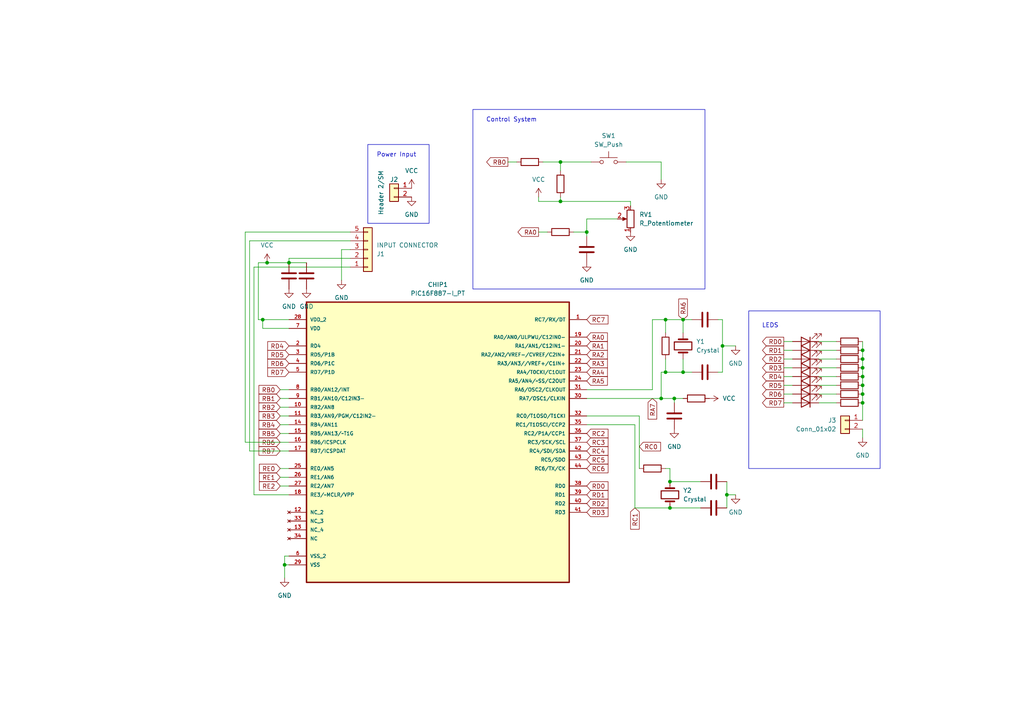
<source format=kicad_sch>
(kicad_sch (version 20230121) (generator eeschema)

  (uuid 2b507111-f482-4d5e-a30c-1e47cc87f578)

  (paper "A4")

  (lib_symbols
    (symbol "Connector_Generic:Conn_01x02" (pin_names (offset 1.016) hide) (in_bom yes) (on_board yes)
      (property "Reference" "J" (at 0 2.54 0)
        (effects (font (size 1.27 1.27)))
      )
      (property "Value" "Conn_01x02" (at 0 -5.08 0)
        (effects (font (size 1.27 1.27)))
      )
      (property "Footprint" "" (at 0 0 0)
        (effects (font (size 1.27 1.27)) hide)
      )
      (property "Datasheet" "~" (at 0 0 0)
        (effects (font (size 1.27 1.27)) hide)
      )
      (property "ki_keywords" "connector" (at 0 0 0)
        (effects (font (size 1.27 1.27)) hide)
      )
      (property "ki_description" "Generic connector, single row, 01x02, script generated (kicad-library-utils/schlib/autogen/connector/)" (at 0 0 0)
        (effects (font (size 1.27 1.27)) hide)
      )
      (property "ki_fp_filters" "Connector*:*_1x??_*" (at 0 0 0)
        (effects (font (size 1.27 1.27)) hide)
      )
      (symbol "Conn_01x02_1_1"
        (rectangle (start -1.27 -2.413) (end 0 -2.667)
          (stroke (width 0.1524) (type default))
          (fill (type none))
        )
        (rectangle (start -1.27 0.127) (end 0 -0.127)
          (stroke (width 0.1524) (type default))
          (fill (type none))
        )
        (rectangle (start -1.27 1.27) (end 1.27 -3.81)
          (stroke (width 0.254) (type default))
          (fill (type background))
        )
        (pin passive line (at -5.08 0 0) (length 3.81)
          (name "Pin_1" (effects (font (size 1.27 1.27))))
          (number "1" (effects (font (size 1.27 1.27))))
        )
        (pin passive line (at -5.08 -2.54 0) (length 3.81)
          (name "Pin_2" (effects (font (size 1.27 1.27))))
          (number "2" (effects (font (size 1.27 1.27))))
        )
      )
    )
    (symbol "Connector_Generic:Conn_01x05" (pin_names (offset 1.016) hide) (in_bom yes) (on_board yes)
      (property "Reference" "J" (at 0 7.62 0)
        (effects (font (size 1.27 1.27)))
      )
      (property "Value" "Conn_01x05" (at 0 -7.62 0)
        (effects (font (size 1.27 1.27)))
      )
      (property "Footprint" "" (at 0 0 0)
        (effects (font (size 1.27 1.27)) hide)
      )
      (property "Datasheet" "~" (at 0 0 0)
        (effects (font (size 1.27 1.27)) hide)
      )
      (property "ki_keywords" "connector" (at 0 0 0)
        (effects (font (size 1.27 1.27)) hide)
      )
      (property "ki_description" "Generic connector, single row, 01x05, script generated (kicad-library-utils/schlib/autogen/connector/)" (at 0 0 0)
        (effects (font (size 1.27 1.27)) hide)
      )
      (property "ki_fp_filters" "Connector*:*_1x??_*" (at 0 0 0)
        (effects (font (size 1.27 1.27)) hide)
      )
      (symbol "Conn_01x05_1_1"
        (rectangle (start -1.27 -4.953) (end 0 -5.207)
          (stroke (width 0.1524) (type default))
          (fill (type none))
        )
        (rectangle (start -1.27 -2.413) (end 0 -2.667)
          (stroke (width 0.1524) (type default))
          (fill (type none))
        )
        (rectangle (start -1.27 0.127) (end 0 -0.127)
          (stroke (width 0.1524) (type default))
          (fill (type none))
        )
        (rectangle (start -1.27 2.667) (end 0 2.413)
          (stroke (width 0.1524) (type default))
          (fill (type none))
        )
        (rectangle (start -1.27 5.207) (end 0 4.953)
          (stroke (width 0.1524) (type default))
          (fill (type none))
        )
        (rectangle (start -1.27 6.35) (end 1.27 -6.35)
          (stroke (width 0.254) (type default))
          (fill (type background))
        )
        (pin passive line (at -5.08 5.08 0) (length 3.81)
          (name "Pin_1" (effects (font (size 1.27 1.27))))
          (number "1" (effects (font (size 1.27 1.27))))
        )
        (pin passive line (at -5.08 2.54 0) (length 3.81)
          (name "Pin_2" (effects (font (size 1.27 1.27))))
          (number "2" (effects (font (size 1.27 1.27))))
        )
        (pin passive line (at -5.08 0 0) (length 3.81)
          (name "Pin_3" (effects (font (size 1.27 1.27))))
          (number "3" (effects (font (size 1.27 1.27))))
        )
        (pin passive line (at -5.08 -2.54 0) (length 3.81)
          (name "Pin_4" (effects (font (size 1.27 1.27))))
          (number "4" (effects (font (size 1.27 1.27))))
        )
        (pin passive line (at -5.08 -5.08 0) (length 3.81)
          (name "Pin_5" (effects (font (size 1.27 1.27))))
          (number "5" (effects (font (size 1.27 1.27))))
        )
      )
    )
    (symbol "Device:C" (pin_numbers hide) (pin_names (offset 0.254)) (in_bom yes) (on_board yes)
      (property "Reference" "C" (at 0.635 2.54 0)
        (effects (font (size 1.27 1.27)) (justify left))
      )
      (property "Value" "C" (at 0.635 -2.54 0)
        (effects (font (size 1.27 1.27)) (justify left))
      )
      (property "Footprint" "" (at 0.9652 -3.81 0)
        (effects (font (size 1.27 1.27)) hide)
      )
      (property "Datasheet" "~" (at 0 0 0)
        (effects (font (size 1.27 1.27)) hide)
      )
      (property "ki_keywords" "cap capacitor" (at 0 0 0)
        (effects (font (size 1.27 1.27)) hide)
      )
      (property "ki_description" "Unpolarized capacitor" (at 0 0 0)
        (effects (font (size 1.27 1.27)) hide)
      )
      (property "ki_fp_filters" "C_*" (at 0 0 0)
        (effects (font (size 1.27 1.27)) hide)
      )
      (symbol "C_0_1"
        (polyline
          (pts
            (xy -2.032 -0.762)
            (xy 2.032 -0.762)
          )
          (stroke (width 0.508) (type default))
          (fill (type none))
        )
        (polyline
          (pts
            (xy -2.032 0.762)
            (xy 2.032 0.762)
          )
          (stroke (width 0.508) (type default))
          (fill (type none))
        )
      )
      (symbol "C_1_1"
        (pin passive line (at 0 3.81 270) (length 2.794)
          (name "~" (effects (font (size 1.27 1.27))))
          (number "1" (effects (font (size 1.27 1.27))))
        )
        (pin passive line (at 0 -3.81 90) (length 2.794)
          (name "~" (effects (font (size 1.27 1.27))))
          (number "2" (effects (font (size 1.27 1.27))))
        )
      )
    )
    (symbol "Device:Crystal" (pin_numbers hide) (pin_names (offset 1.016) hide) (in_bom yes) (on_board yes)
      (property "Reference" "Y" (at 0 3.81 0)
        (effects (font (size 1.27 1.27)))
      )
      (property "Value" "Crystal" (at 0 -3.81 0)
        (effects (font (size 1.27 1.27)))
      )
      (property "Footprint" "" (at 0 0 0)
        (effects (font (size 1.27 1.27)) hide)
      )
      (property "Datasheet" "~" (at 0 0 0)
        (effects (font (size 1.27 1.27)) hide)
      )
      (property "ki_keywords" "quartz ceramic resonator oscillator" (at 0 0 0)
        (effects (font (size 1.27 1.27)) hide)
      )
      (property "ki_description" "Two pin crystal" (at 0 0 0)
        (effects (font (size 1.27 1.27)) hide)
      )
      (property "ki_fp_filters" "Crystal*" (at 0 0 0)
        (effects (font (size 1.27 1.27)) hide)
      )
      (symbol "Crystal_0_1"
        (rectangle (start -1.143 2.54) (end 1.143 -2.54)
          (stroke (width 0.3048) (type default))
          (fill (type none))
        )
        (polyline
          (pts
            (xy -2.54 0)
            (xy -1.905 0)
          )
          (stroke (width 0) (type default))
          (fill (type none))
        )
        (polyline
          (pts
            (xy -1.905 -1.27)
            (xy -1.905 1.27)
          )
          (stroke (width 0.508) (type default))
          (fill (type none))
        )
        (polyline
          (pts
            (xy 1.905 -1.27)
            (xy 1.905 1.27)
          )
          (stroke (width 0.508) (type default))
          (fill (type none))
        )
        (polyline
          (pts
            (xy 2.54 0)
            (xy 1.905 0)
          )
          (stroke (width 0) (type default))
          (fill (type none))
        )
      )
      (symbol "Crystal_1_1"
        (pin passive line (at -3.81 0 0) (length 1.27)
          (name "1" (effects (font (size 1.27 1.27))))
          (number "1" (effects (font (size 1.27 1.27))))
        )
        (pin passive line (at 3.81 0 180) (length 1.27)
          (name "2" (effects (font (size 1.27 1.27))))
          (number "2" (effects (font (size 1.27 1.27))))
        )
      )
    )
    (symbol "Device:LED" (pin_numbers hide) (pin_names (offset 1.016) hide) (in_bom yes) (on_board yes)
      (property "Reference" "D" (at 0 2.54 0)
        (effects (font (size 1.27 1.27)))
      )
      (property "Value" "LED" (at 0 -2.54 0)
        (effects (font (size 1.27 1.27)))
      )
      (property "Footprint" "" (at 0 0 0)
        (effects (font (size 1.27 1.27)) hide)
      )
      (property "Datasheet" "~" (at 0 0 0)
        (effects (font (size 1.27 1.27)) hide)
      )
      (property "ki_keywords" "LED diode" (at 0 0 0)
        (effects (font (size 1.27 1.27)) hide)
      )
      (property "ki_description" "Light emitting diode" (at 0 0 0)
        (effects (font (size 1.27 1.27)) hide)
      )
      (property "ki_fp_filters" "LED* LED_SMD:* LED_THT:*" (at 0 0 0)
        (effects (font (size 1.27 1.27)) hide)
      )
      (symbol "LED_0_1"
        (polyline
          (pts
            (xy -1.27 -1.27)
            (xy -1.27 1.27)
          )
          (stroke (width 0.254) (type default))
          (fill (type none))
        )
        (polyline
          (pts
            (xy -1.27 0)
            (xy 1.27 0)
          )
          (stroke (width 0) (type default))
          (fill (type none))
        )
        (polyline
          (pts
            (xy 1.27 -1.27)
            (xy 1.27 1.27)
            (xy -1.27 0)
            (xy 1.27 -1.27)
          )
          (stroke (width 0.254) (type default))
          (fill (type none))
        )
        (polyline
          (pts
            (xy -3.048 -0.762)
            (xy -4.572 -2.286)
            (xy -3.81 -2.286)
            (xy -4.572 -2.286)
            (xy -4.572 -1.524)
          )
          (stroke (width 0) (type default))
          (fill (type none))
        )
        (polyline
          (pts
            (xy -1.778 -0.762)
            (xy -3.302 -2.286)
            (xy -2.54 -2.286)
            (xy -3.302 -2.286)
            (xy -3.302 -1.524)
          )
          (stroke (width 0) (type default))
          (fill (type none))
        )
      )
      (symbol "LED_1_1"
        (pin passive line (at -3.81 0 0) (length 2.54)
          (name "K" (effects (font (size 1.27 1.27))))
          (number "1" (effects (font (size 1.27 1.27))))
        )
        (pin passive line (at 3.81 0 180) (length 2.54)
          (name "A" (effects (font (size 1.27 1.27))))
          (number "2" (effects (font (size 1.27 1.27))))
        )
      )
    )
    (symbol "Device:R" (pin_numbers hide) (pin_names (offset 0)) (in_bom yes) (on_board yes)
      (property "Reference" "R" (at 2.032 0 90)
        (effects (font (size 1.27 1.27)))
      )
      (property "Value" "R" (at 0 0 90)
        (effects (font (size 1.27 1.27)))
      )
      (property "Footprint" "" (at -1.778 0 90)
        (effects (font (size 1.27 1.27)) hide)
      )
      (property "Datasheet" "~" (at 0 0 0)
        (effects (font (size 1.27 1.27)) hide)
      )
      (property "ki_keywords" "R res resistor" (at 0 0 0)
        (effects (font (size 1.27 1.27)) hide)
      )
      (property "ki_description" "Resistor" (at 0 0 0)
        (effects (font (size 1.27 1.27)) hide)
      )
      (property "ki_fp_filters" "R_*" (at 0 0 0)
        (effects (font (size 1.27 1.27)) hide)
      )
      (symbol "R_0_1"
        (rectangle (start -1.016 -2.54) (end 1.016 2.54)
          (stroke (width 0.254) (type default))
          (fill (type none))
        )
      )
      (symbol "R_1_1"
        (pin passive line (at 0 3.81 270) (length 1.27)
          (name "~" (effects (font (size 1.27 1.27))))
          (number "1" (effects (font (size 1.27 1.27))))
        )
        (pin passive line (at 0 -3.81 90) (length 1.27)
          (name "~" (effects (font (size 1.27 1.27))))
          (number "2" (effects (font (size 1.27 1.27))))
        )
      )
    )
    (symbol "Device:R_Potentiometer" (pin_names (offset 1.016) hide) (in_bom yes) (on_board yes)
      (property "Reference" "RV" (at -4.445 0 90)
        (effects (font (size 1.27 1.27)))
      )
      (property "Value" "R_Potentiometer" (at -2.54 0 90)
        (effects (font (size 1.27 1.27)))
      )
      (property "Footprint" "" (at 0 0 0)
        (effects (font (size 1.27 1.27)) hide)
      )
      (property "Datasheet" "~" (at 0 0 0)
        (effects (font (size 1.27 1.27)) hide)
      )
      (property "ki_keywords" "resistor variable" (at 0 0 0)
        (effects (font (size 1.27 1.27)) hide)
      )
      (property "ki_description" "Potentiometer" (at 0 0 0)
        (effects (font (size 1.27 1.27)) hide)
      )
      (property "ki_fp_filters" "Potentiometer*" (at 0 0 0)
        (effects (font (size 1.27 1.27)) hide)
      )
      (symbol "R_Potentiometer_0_1"
        (polyline
          (pts
            (xy 2.54 0)
            (xy 1.524 0)
          )
          (stroke (width 0) (type default))
          (fill (type none))
        )
        (polyline
          (pts
            (xy 1.143 0)
            (xy 2.286 0.508)
            (xy 2.286 -0.508)
            (xy 1.143 0)
          )
          (stroke (width 0) (type default))
          (fill (type outline))
        )
        (rectangle (start 1.016 2.54) (end -1.016 -2.54)
          (stroke (width 0.254) (type default))
          (fill (type none))
        )
      )
      (symbol "R_Potentiometer_1_1"
        (pin passive line (at 0 3.81 270) (length 1.27)
          (name "1" (effects (font (size 1.27 1.27))))
          (number "1" (effects (font (size 1.27 1.27))))
        )
        (pin passive line (at 3.81 0 180) (length 1.27)
          (name "2" (effects (font (size 1.27 1.27))))
          (number "2" (effects (font (size 1.27 1.27))))
        )
        (pin passive line (at 0 -3.81 90) (length 1.27)
          (name "3" (effects (font (size 1.27 1.27))))
          (number "3" (effects (font (size 1.27 1.27))))
        )
      )
    )
    (symbol "PIC16F887-I_PT:PIC16F887-I_PT" (pin_names (offset 1.016)) (in_bom yes) (on_board yes)
      (property "Reference" "U" (at -6.8716 40.1864 0)
        (effects (font (size 1.27 1.27)) (justify left bottom))
      )
      (property "Value" "PIC16F887-I_PT" (at -5.6667 -46.9087 0)
        (effects (font (size 1.27 1.27)) (justify left bottom))
      )
      (property "Footprint" "PIC16F887-I_PT:QFP80P1200X1200X120-44N" (at 0 0 0)
        (effects (font (size 1.27 1.27)) (justify bottom) hide)
      )
      (property "Datasheet" "" (at 0 0 0)
        (effects (font (size 1.27 1.27)) hide)
      )
      (property "MF" "Microchip" (at 0 0 0)
        (effects (font (size 1.27 1.27)) (justify bottom) hide)
      )
      (property "Description" "\nMCU, 8-Bit, 8KW Flash, 368 RAM, 36 I/O, TQFP-44 | Microchip Technology Inc. PIC16F887-I/PT\n" (at 0 0 0)
        (effects (font (size 1.27 1.27)) (justify bottom) hide)
      )
      (property "PACKAGE" "QFP-44" (at 0 0 0)
        (effects (font (size 1.27 1.27)) (justify bottom) hide)
      )
      (property "MPN" "PIC16F887-I/PT" (at 0 0 0)
        (effects (font (size 1.27 1.27)) (justify bottom) hide)
      )
      (property "Price" "None" (at 0 0 0)
        (effects (font (size 1.27 1.27)) (justify bottom) hide)
      )
      (property "Package" "TQFP-44 Microchip" (at 0 0 0)
        (effects (font (size 1.27 1.27)) (justify bottom) hide)
      )
      (property "OC_FARNELL" "1439542" (at 0 0 0)
        (effects (font (size 1.27 1.27)) (justify bottom) hide)
      )
      (property "SnapEDA_Link" "https://www.snapeda.com/parts/PIC16F887-I/PT/Microchip/view-part/?ref=snap" (at 0 0 0)
        (effects (font (size 1.27 1.27)) (justify bottom) hide)
      )
      (property "MP" "PIC16F887-I/PT" (at 0 0 0)
        (effects (font (size 1.27 1.27)) (justify bottom) hide)
      )
      (property "Purchase-URL" "https://www.snapeda.com/api/url_track_click_mouser/?unipart_id=5739&manufacturer=Microchip&part_name=PIC16F887-I/PT&search_term=None" (at 0 0 0)
        (effects (font (size 1.27 1.27)) (justify bottom) hide)
      )
      (property "SUPPLIER" "Microchip" (at 0 0 0)
        (effects (font (size 1.27 1.27)) (justify bottom) hide)
      )
      (property "OC_NEWARK" "74K8587" (at 0 0 0)
        (effects (font (size 1.27 1.27)) (justify bottom) hide)
      )
      (property "Availability" "In Stock" (at 0 0 0)
        (effects (font (size 1.27 1.27)) (justify bottom) hide)
      )
      (property "Check_prices" "https://www.snapeda.com/parts/PIC16F887-I/PT/Microchip/view-part/?ref=eda" (at 0 0 0)
        (effects (font (size 1.27 1.27)) (justify bottom) hide)
      )
      (symbol "PIC16F887-I_PT_0_0"
        (rectangle (start -38.1 -43.18) (end 38.1 38.1)
          (stroke (width 0.4064) (type default))
          (fill (type background))
        )
        (pin bidirectional line (at 43.18 33.02 180) (length 5.08)
          (name "RC7/RX/DT" (effects (font (size 1.016 1.016))))
          (number "1" (effects (font (size 1.016 1.016))))
        )
        (pin bidirectional line (at -43.18 7.62 0) (length 5.08)
          (name "RB2/AN8" (effects (font (size 1.016 1.016))))
          (number "10" (effects (font (size 1.016 1.016))))
        )
        (pin bidirectional line (at -43.18 5.08 0) (length 5.08)
          (name "RB3/AN9/PGM/C12IN2-" (effects (font (size 1.016 1.016))))
          (number "11" (effects (font (size 1.016 1.016))))
        )
        (pin no_connect line (at -43.18 -22.86 0) (length 5.08)
          (name "NC_2" (effects (font (size 1.016 1.016))))
          (number "12" (effects (font (size 1.016 1.016))))
        )
        (pin no_connect line (at -43.18 -27.94 0) (length 5.08)
          (name "NC_4" (effects (font (size 1.016 1.016))))
          (number "13" (effects (font (size 1.016 1.016))))
        )
        (pin bidirectional line (at -43.18 2.54 0) (length 5.08)
          (name "RB4/AN11" (effects (font (size 1.016 1.016))))
          (number "14" (effects (font (size 1.016 1.016))))
        )
        (pin bidirectional line (at -43.18 0 0) (length 5.08)
          (name "RB5/AN13/~T1G" (effects (font (size 1.016 1.016))))
          (number "15" (effects (font (size 1.016 1.016))))
        )
        (pin bidirectional line (at -43.18 -2.54 0) (length 5.08)
          (name "RB6/ICSPCLK" (effects (font (size 1.016 1.016))))
          (number "16" (effects (font (size 1.016 1.016))))
        )
        (pin bidirectional line (at -43.18 -5.08 0) (length 5.08)
          (name "RB7/ICSPDAT" (effects (font (size 1.016 1.016))))
          (number "17" (effects (font (size 1.016 1.016))))
        )
        (pin bidirectional line (at -43.18 -17.78 0) (length 5.08)
          (name "RE3/~MCLR/VPP" (effects (font (size 1.016 1.016))))
          (number "18" (effects (font (size 1.016 1.016))))
        )
        (pin bidirectional line (at 43.18 27.94 180) (length 5.08)
          (name "RA0/AN0/ULPWU/C12IN0-" (effects (font (size 1.016 1.016))))
          (number "19" (effects (font (size 1.016 1.016))))
        )
        (pin bidirectional line (at -43.18 25.4 0) (length 5.08)
          (name "RD4" (effects (font (size 1.016 1.016))))
          (number "2" (effects (font (size 1.016 1.016))))
        )
        (pin bidirectional line (at 43.18 25.4 180) (length 5.08)
          (name "RA1/AN1/C12IN1-" (effects (font (size 1.016 1.016))))
          (number "20" (effects (font (size 1.016 1.016))))
        )
        (pin bidirectional line (at 43.18 22.86 180) (length 5.08)
          (name "RA2/AN2/VREF-/CVREF/C2IN+" (effects (font (size 1.016 1.016))))
          (number "21" (effects (font (size 1.016 1.016))))
        )
        (pin bidirectional line (at 43.18 20.32 180) (length 5.08)
          (name "RA3/AN3//VREF+/C1IN+" (effects (font (size 1.016 1.016))))
          (number "22" (effects (font (size 1.016 1.016))))
        )
        (pin bidirectional line (at 43.18 17.78 180) (length 5.08)
          (name "RA4/T0CKI/C1OUT" (effects (font (size 1.016 1.016))))
          (number "23" (effects (font (size 1.016 1.016))))
        )
        (pin bidirectional line (at 43.18 15.24 180) (length 5.08)
          (name "RA5/AN4/~SS/C2OUT" (effects (font (size 1.016 1.016))))
          (number "24" (effects (font (size 1.016 1.016))))
        )
        (pin bidirectional line (at -43.18 -10.16 0) (length 5.08)
          (name "RE0/AN5" (effects (font (size 1.016 1.016))))
          (number "25" (effects (font (size 1.016 1.016))))
        )
        (pin bidirectional line (at -43.18 -12.7 0) (length 5.08)
          (name "RE1/AN6" (effects (font (size 1.016 1.016))))
          (number "26" (effects (font (size 1.016 1.016))))
        )
        (pin bidirectional line (at -43.18 -15.24 0) (length 5.08)
          (name "RE2/AN7" (effects (font (size 1.016 1.016))))
          (number "27" (effects (font (size 1.016 1.016))))
        )
        (pin power_in line (at -43.18 33.02 0) (length 5.08)
          (name "VDD_2" (effects (font (size 1.016 1.016))))
          (number "28" (effects (font (size 1.016 1.016))))
        )
        (pin passive line (at -43.18 -38.1 0) (length 5.08)
          (name "VSS" (effects (font (size 1.016 1.016))))
          (number "29" (effects (font (size 1.016 1.016))))
        )
        (pin bidirectional line (at -43.18 22.86 0) (length 5.08)
          (name "RD5/P1B" (effects (font (size 1.016 1.016))))
          (number "3" (effects (font (size 1.016 1.016))))
        )
        (pin bidirectional line (at 43.18 10.16 180) (length 5.08)
          (name "RA7/OSC1/CLKIN" (effects (font (size 1.016 1.016))))
          (number "30" (effects (font (size 1.016 1.016))))
        )
        (pin bidirectional line (at 43.18 12.7 180) (length 5.08)
          (name "RA6/OSC2/CLKOUT" (effects (font (size 1.016 1.016))))
          (number "31" (effects (font (size 1.016 1.016))))
        )
        (pin bidirectional line (at 43.18 5.08 180) (length 5.08)
          (name "RC0/T1OSO/T1CKI" (effects (font (size 1.016 1.016))))
          (number "32" (effects (font (size 1.016 1.016))))
        )
        (pin no_connect line (at -43.18 -25.4 0) (length 5.08)
          (name "NC_3" (effects (font (size 1.016 1.016))))
          (number "33" (effects (font (size 1.016 1.016))))
        )
        (pin no_connect line (at -43.18 -30.48 0) (length 5.08)
          (name "NC" (effects (font (size 1.016 1.016))))
          (number "34" (effects (font (size 1.016 1.016))))
        )
        (pin bidirectional line (at 43.18 2.54 180) (length 5.08)
          (name "RC1/T1OSCI/CCP2" (effects (font (size 1.016 1.016))))
          (number "35" (effects (font (size 1.016 1.016))))
        )
        (pin bidirectional line (at 43.18 0 180) (length 5.08)
          (name "RC2/P1A/CCP1" (effects (font (size 1.016 1.016))))
          (number "36" (effects (font (size 1.016 1.016))))
        )
        (pin bidirectional line (at 43.18 -2.54 180) (length 5.08)
          (name "RC3/SCK/SCL" (effects (font (size 1.016 1.016))))
          (number "37" (effects (font (size 1.016 1.016))))
        )
        (pin bidirectional line (at 43.18 -15.24 180) (length 5.08)
          (name "RD0" (effects (font (size 1.016 1.016))))
          (number "38" (effects (font (size 1.016 1.016))))
        )
        (pin bidirectional line (at 43.18 -17.78 180) (length 5.08)
          (name "RD1" (effects (font (size 1.016 1.016))))
          (number "39" (effects (font (size 1.016 1.016))))
        )
        (pin bidirectional line (at -43.18 20.32 0) (length 5.08)
          (name "RD6/P1C" (effects (font (size 1.016 1.016))))
          (number "4" (effects (font (size 1.016 1.016))))
        )
        (pin bidirectional line (at 43.18 -20.32 180) (length 5.08)
          (name "RD2" (effects (font (size 1.016 1.016))))
          (number "40" (effects (font (size 1.016 1.016))))
        )
        (pin bidirectional line (at 43.18 -22.86 180) (length 5.08)
          (name "RD3" (effects (font (size 1.016 1.016))))
          (number "41" (effects (font (size 1.016 1.016))))
        )
        (pin bidirectional line (at 43.18 -5.08 180) (length 5.08)
          (name "RC4/SDI/SDA" (effects (font (size 1.016 1.016))))
          (number "42" (effects (font (size 1.016 1.016))))
        )
        (pin bidirectional line (at 43.18 -7.62 180) (length 5.08)
          (name "RC5/SDO" (effects (font (size 1.016 1.016))))
          (number "43" (effects (font (size 1.016 1.016))))
        )
        (pin bidirectional line (at 43.18 -10.16 180) (length 5.08)
          (name "RC6/TX/CK" (effects (font (size 1.016 1.016))))
          (number "44" (effects (font (size 1.016 1.016))))
        )
        (pin bidirectional line (at -43.18 17.78 0) (length 5.08)
          (name "RD7/P1D" (effects (font (size 1.016 1.016))))
          (number "5" (effects (font (size 1.016 1.016))))
        )
        (pin passive line (at -43.18 -35.56 0) (length 5.08)
          (name "VSS_2" (effects (font (size 1.016 1.016))))
          (number "6" (effects (font (size 1.016 1.016))))
        )
        (pin power_in line (at -43.18 30.48 0) (length 5.08)
          (name "VDD" (effects (font (size 1.016 1.016))))
          (number "7" (effects (font (size 1.016 1.016))))
        )
        (pin bidirectional line (at -43.18 12.7 0) (length 5.08)
          (name "RB0/AN12/INT" (effects (font (size 1.016 1.016))))
          (number "8" (effects (font (size 1.016 1.016))))
        )
        (pin bidirectional line (at -43.18 10.16 0) (length 5.08)
          (name "RB1/AN10/C12IN3-" (effects (font (size 1.016 1.016))))
          (number "9" (effects (font (size 1.016 1.016))))
        )
      )
    )
    (symbol "Switch:SW_Push" (pin_numbers hide) (pin_names (offset 1.016) hide) (in_bom yes) (on_board yes)
      (property "Reference" "SW" (at 1.27 2.54 0)
        (effects (font (size 1.27 1.27)) (justify left))
      )
      (property "Value" "SW_Push" (at 0 -1.524 0)
        (effects (font (size 1.27 1.27)))
      )
      (property "Footprint" "" (at 0 5.08 0)
        (effects (font (size 1.27 1.27)) hide)
      )
      (property "Datasheet" "~" (at 0 5.08 0)
        (effects (font (size 1.27 1.27)) hide)
      )
      (property "ki_keywords" "switch normally-open pushbutton push-button" (at 0 0 0)
        (effects (font (size 1.27 1.27)) hide)
      )
      (property "ki_description" "Push button switch, generic, two pins" (at 0 0 0)
        (effects (font (size 1.27 1.27)) hide)
      )
      (symbol "SW_Push_0_1"
        (circle (center -2.032 0) (radius 0.508)
          (stroke (width 0) (type default))
          (fill (type none))
        )
        (polyline
          (pts
            (xy 0 1.27)
            (xy 0 3.048)
          )
          (stroke (width 0) (type default))
          (fill (type none))
        )
        (polyline
          (pts
            (xy 2.54 1.27)
            (xy -2.54 1.27)
          )
          (stroke (width 0) (type default))
          (fill (type none))
        )
        (circle (center 2.032 0) (radius 0.508)
          (stroke (width 0) (type default))
          (fill (type none))
        )
        (pin passive line (at -5.08 0 0) (length 2.54)
          (name "1" (effects (font (size 1.27 1.27))))
          (number "1" (effects (font (size 1.27 1.27))))
        )
        (pin passive line (at 5.08 0 180) (length 2.54)
          (name "2" (effects (font (size 1.27 1.27))))
          (number "2" (effects (font (size 1.27 1.27))))
        )
      )
    )
    (symbol "power:GND" (power) (pin_names (offset 0)) (in_bom yes) (on_board yes)
      (property "Reference" "#PWR" (at 0 -6.35 0)
        (effects (font (size 1.27 1.27)) hide)
      )
      (property "Value" "GND" (at 0 -3.81 0)
        (effects (font (size 1.27 1.27)))
      )
      (property "Footprint" "" (at 0 0 0)
        (effects (font (size 1.27 1.27)) hide)
      )
      (property "Datasheet" "" (at 0 0 0)
        (effects (font (size 1.27 1.27)) hide)
      )
      (property "ki_keywords" "global power" (at 0 0 0)
        (effects (font (size 1.27 1.27)) hide)
      )
      (property "ki_description" "Power symbol creates a global label with name \"GND\" , ground" (at 0 0 0)
        (effects (font (size 1.27 1.27)) hide)
      )
      (symbol "GND_0_1"
        (polyline
          (pts
            (xy 0 0)
            (xy 0 -1.27)
            (xy 1.27 -1.27)
            (xy 0 -2.54)
            (xy -1.27 -1.27)
            (xy 0 -1.27)
          )
          (stroke (width 0) (type default))
          (fill (type none))
        )
      )
      (symbol "GND_1_1"
        (pin power_in line (at 0 0 270) (length 0) hide
          (name "GND" (effects (font (size 1.27 1.27))))
          (number "1" (effects (font (size 1.27 1.27))))
        )
      )
    )
    (symbol "power:VCC" (power) (pin_names (offset 0)) (in_bom yes) (on_board yes)
      (property "Reference" "#PWR" (at 0 -3.81 0)
        (effects (font (size 1.27 1.27)) hide)
      )
      (property "Value" "VCC" (at 0 3.81 0)
        (effects (font (size 1.27 1.27)))
      )
      (property "Footprint" "" (at 0 0 0)
        (effects (font (size 1.27 1.27)) hide)
      )
      (property "Datasheet" "" (at 0 0 0)
        (effects (font (size 1.27 1.27)) hide)
      )
      (property "ki_keywords" "global power" (at 0 0 0)
        (effects (font (size 1.27 1.27)) hide)
      )
      (property "ki_description" "Power symbol creates a global label with name \"VCC\"" (at 0 0 0)
        (effects (font (size 1.27 1.27)) hide)
      )
      (symbol "VCC_0_1"
        (polyline
          (pts
            (xy -0.762 1.27)
            (xy 0 2.54)
          )
          (stroke (width 0) (type default))
          (fill (type none))
        )
        (polyline
          (pts
            (xy 0 0)
            (xy 0 2.54)
          )
          (stroke (width 0) (type default))
          (fill (type none))
        )
        (polyline
          (pts
            (xy 0 2.54)
            (xy 0.762 1.27)
          )
          (stroke (width 0) (type default))
          (fill (type none))
        )
      )
      (symbol "VCC_1_1"
        (pin power_in line (at 0 0 90) (length 0) hide
          (name "VCC" (effects (font (size 1.27 1.27))))
          (number "1" (effects (font (size 1.27 1.27))))
        )
      )
    )
  )

  (junction (at 198.12 107.95) (diameter 0) (color 0 0 0 0)
    (uuid 09a7764f-36f7-48ae-955d-f8bef358361d)
  )
  (junction (at 194.31 139.7) (diameter 0) (color 0 0 0 0)
    (uuid 245b692e-d7e5-48fa-a5e9-e55a04769ec9)
  )
  (junction (at 170.18 67.31) (diameter 0) (color 0 0 0 0)
    (uuid 37831790-ae62-43e2-acf3-89f9ca81bbe1)
  )
  (junction (at 162.56 46.99) (diameter 0) (color 0 0 0 0)
    (uuid 4de44818-bd51-4799-828c-9157b4158500)
  )
  (junction (at 162.56 58.42) (diameter 0) (color 0 0 0 0)
    (uuid 61bbbf63-d6d0-468b-9e63-7e8e7598902b)
  )
  (junction (at 77.47 76.2) (diameter 0) (color 0 0 0 0)
    (uuid 65a1d897-57f4-4b9b-b2c5-bba419116f27)
  )
  (junction (at 193.04 107.95) (diameter 0) (color 0 0 0 0)
    (uuid 77f6d4a2-ba10-401a-ab6e-c560320dc00f)
  )
  (junction (at 195.58 115.57) (diameter 0) (color 0 0 0 0)
    (uuid 7cdaf7f8-213e-444d-ad84-9de778724f45)
  )
  (junction (at 250.19 111.76) (diameter 0) (color 0 0 0 0)
    (uuid 89e0f5d9-6aa2-4e8c-b19b-ad22ade330c6)
  )
  (junction (at 76.2 92.71) (diameter 0) (color 0 0 0 0)
    (uuid 96043415-7af6-4a1a-8658-7fb61235b8e4)
  )
  (junction (at 82.55 163.83) (diameter 0) (color 0 0 0 0)
    (uuid 9899ea5a-27be-4b17-a784-19ca44fb5cd0)
  )
  (junction (at 209.55 100.33) (diameter 0) (color 0 0 0 0)
    (uuid 9c21ae76-a7d4-4061-9b00-2aa9367a5709)
  )
  (junction (at 250.19 116.84) (diameter 0) (color 0 0 0 0)
    (uuid 9f91161d-27a6-4cb9-8bbf-a7f2cb3893f8)
  )
  (junction (at 250.19 104.14) (diameter 0) (color 0 0 0 0)
    (uuid a6c568bd-66c4-4b74-9811-55a55198a6d7)
  )
  (junction (at 198.12 92.71) (diameter 0) (color 0 0 0 0)
    (uuid aee9cdb4-229f-4983-99ea-780b2fee0819)
  )
  (junction (at 191.77 115.57) (diameter 0) (color 0 0 0 0)
    (uuid b98659ad-23ff-49f7-9535-7b3d41758b2b)
  )
  (junction (at 194.31 147.32) (diameter 0) (color 0 0 0 0)
    (uuid bcd0d61a-fbc8-4361-9e60-8952f6269b2e)
  )
  (junction (at 250.19 109.22) (diameter 0) (color 0 0 0 0)
    (uuid c3ff63ff-6ada-4654-83fc-e85d9bec8052)
  )
  (junction (at 250.19 114.3) (diameter 0) (color 0 0 0 0)
    (uuid c89c0322-f395-4f32-8b2d-685e6b572d1d)
  )
  (junction (at 250.19 106.68) (diameter 0) (color 0 0 0 0)
    (uuid d92ee081-7f59-4f64-bc04-6008ec8714d3)
  )
  (junction (at 83.82 76.2) (diameter 0) (color 0 0 0 0)
    (uuid dfe61767-548b-4dc0-bf7d-89e24c1d11ed)
  )
  (junction (at 193.04 92.71) (diameter 0) (color 0 0 0 0)
    (uuid f0f15e28-aebe-4bdd-8011-c468b8d2ae2f)
  )
  (junction (at 250.19 101.6) (diameter 0) (color 0 0 0 0)
    (uuid f2445d1c-0c49-40bd-b099-b38e8aa7f76a)
  )
  (junction (at 210.82 143.51) (diameter 0) (color 0 0 0 0)
    (uuid f297221d-2bf5-439e-9c42-2b1b16009a0c)
  )

  (wire (pts (xy 170.18 67.31) (xy 170.18 68.58))
    (stroke (width 0) (type default))
    (uuid 014779d1-02de-487f-9238-0dc9d4b55b8d)
  )
  (wire (pts (xy 237.49 104.14) (xy 242.57 104.14))
    (stroke (width 0) (type default))
    (uuid 05d785ca-9845-43da-9f77-d2b89391815f)
  )
  (wire (pts (xy 237.49 106.68) (xy 242.57 106.68))
    (stroke (width 0) (type default))
    (uuid 0769da70-06c8-4f70-bbd4-c0802b400508)
  )
  (wire (pts (xy 82.55 163.83) (xy 82.55 167.64))
    (stroke (width 0) (type default))
    (uuid 0e4c967e-b927-4c0d-849f-19dc31b31d90)
  )
  (wire (pts (xy 191.77 107.95) (xy 193.04 107.95))
    (stroke (width 0) (type default))
    (uuid 0efb8c02-27d1-41cf-bfca-4904b197b5ce)
  )
  (wire (pts (xy 162.56 58.42) (xy 182.88 58.42))
    (stroke (width 0) (type default))
    (uuid 14c67f9c-355d-4dba-b7c8-94e8eaf6a714)
  )
  (wire (pts (xy 193.04 107.95) (xy 198.12 107.95))
    (stroke (width 0) (type default))
    (uuid 174ad5d4-3545-44ec-a73c-9126cc48f581)
  )
  (wire (pts (xy 210.82 139.7) (xy 210.82 143.51))
    (stroke (width 0) (type default))
    (uuid 1b8f6a4f-0595-4f54-b432-94b48abdb15f)
  )
  (wire (pts (xy 250.19 99.06) (xy 250.19 101.6))
    (stroke (width 0) (type default))
    (uuid 1e47a6c8-c113-459b-86e0-c70cbb196619)
  )
  (wire (pts (xy 71.12 67.31) (xy 71.12 128.27))
    (stroke (width 0) (type default))
    (uuid 20de1d43-5b40-4375-8eb7-4ed8eab83c31)
  )
  (wire (pts (xy 147.32 46.99) (xy 149.86 46.99))
    (stroke (width 0) (type default))
    (uuid 216d06a3-d9f2-480d-8428-f3e285379cc3)
  )
  (wire (pts (xy 74.93 76.2) (xy 74.93 92.71))
    (stroke (width 0) (type default))
    (uuid 27ce92da-f2d9-4f19-b43f-6d253ff3eec4)
  )
  (wire (pts (xy 83.82 143.51) (xy 73.66 143.51))
    (stroke (width 0) (type default))
    (uuid 29766329-bab9-45aa-96ee-b1dcdc276b61)
  )
  (wire (pts (xy 82.55 161.29) (xy 82.55 163.83))
    (stroke (width 0) (type default))
    (uuid 2b3a83f5-9b8f-457d-93d4-cbdcfee8b8c4)
  )
  (wire (pts (xy 101.6 67.31) (xy 71.12 67.31))
    (stroke (width 0) (type default))
    (uuid 2d0ea79c-db1f-4ad5-9d83-ae1c8bfbda4e)
  )
  (wire (pts (xy 166.37 67.31) (xy 170.18 67.31))
    (stroke (width 0) (type default))
    (uuid 3309c7dd-e897-493f-8858-c8455e910ade)
  )
  (wire (pts (xy 83.82 74.93) (xy 83.82 76.2))
    (stroke (width 0) (type default))
    (uuid 342214a9-d400-4352-91ee-eceac31f4889)
  )
  (wire (pts (xy 184.15 123.19) (xy 184.15 147.32))
    (stroke (width 0) (type default))
    (uuid 3da49d7f-c74a-4088-986d-fb83f3b98875)
  )
  (wire (pts (xy 227.33 101.6) (xy 229.87 101.6))
    (stroke (width 0) (type default))
    (uuid 3daa77d7-fcae-4af0-b3b1-942b84ea6d43)
  )
  (wire (pts (xy 209.55 100.33) (xy 213.36 100.33))
    (stroke (width 0) (type default))
    (uuid 3db208b7-64f5-4076-b59d-de7565caab7d)
  )
  (wire (pts (xy 162.56 46.99) (xy 162.56 49.53))
    (stroke (width 0) (type default))
    (uuid 43affca6-caed-472d-aef0-12bacd9d22f6)
  )
  (wire (pts (xy 101.6 72.39) (xy 99.06 72.39))
    (stroke (width 0) (type default))
    (uuid 482c68a8-df17-428b-9a17-1ddda22068f2)
  )
  (wire (pts (xy 76.2 92.71) (xy 76.2 95.25))
    (stroke (width 0) (type default))
    (uuid 49a77047-3ce6-4605-91cc-ddaaf8ee2084)
  )
  (wire (pts (xy 227.33 109.22) (xy 229.87 109.22))
    (stroke (width 0) (type default))
    (uuid 4be32fa7-c28f-42ad-bd3c-29976623ad24)
  )
  (wire (pts (xy 237.49 99.06) (xy 242.57 99.06))
    (stroke (width 0) (type default))
    (uuid 4cda20e6-e398-4a17-bc7a-458a142fbc7e)
  )
  (wire (pts (xy 237.49 111.76) (xy 242.57 111.76))
    (stroke (width 0) (type default))
    (uuid 4e9c9611-786c-45f5-a634-6b73fb51c29a)
  )
  (wire (pts (xy 227.33 116.84) (xy 229.87 116.84))
    (stroke (width 0) (type default))
    (uuid 5083b424-64cc-46d1-8e67-da4c27944d84)
  )
  (wire (pts (xy 250.19 109.22) (xy 250.19 111.76))
    (stroke (width 0) (type default))
    (uuid 5084c546-c099-4f9f-8737-c220827c21cb)
  )
  (wire (pts (xy 250.19 114.3) (xy 250.19 116.84))
    (stroke (width 0) (type default))
    (uuid 535aa694-d265-4300-ad7f-c973a85083ee)
  )
  (wire (pts (xy 170.18 63.5) (xy 170.18 67.31))
    (stroke (width 0) (type default))
    (uuid 53828f33-f634-4ac1-aa48-d6d6e54d7a14)
  )
  (wire (pts (xy 73.66 143.51) (xy 73.66 77.47))
    (stroke (width 0) (type default))
    (uuid 55137439-7b18-41f2-8f86-91938b58b803)
  )
  (wire (pts (xy 227.33 99.06) (xy 229.87 99.06))
    (stroke (width 0) (type default))
    (uuid 55eb1e3c-f93e-4160-8bba-40b98f10d066)
  )
  (wire (pts (xy 170.18 120.65) (xy 185.42 120.65))
    (stroke (width 0) (type default))
    (uuid 5ad91598-c911-4f3e-80fb-347d6bd3f8a4)
  )
  (wire (pts (xy 191.77 115.57) (xy 195.58 115.57))
    (stroke (width 0) (type default))
    (uuid 5e07daf9-f121-4ac1-ae3c-222eb9a8dd99)
  )
  (wire (pts (xy 208.28 92.71) (xy 209.55 92.71))
    (stroke (width 0) (type default))
    (uuid 6279641d-d240-47cb-8399-ae18c22d9c14)
  )
  (wire (pts (xy 181.61 46.99) (xy 191.77 46.99))
    (stroke (width 0) (type default))
    (uuid 6d3e9b30-6473-4485-ab9b-4408ffa9839a)
  )
  (wire (pts (xy 170.18 115.57) (xy 191.77 115.57))
    (stroke (width 0) (type default))
    (uuid 6f793a0b-f41a-4dd5-94cc-01a1d3419037)
  )
  (wire (pts (xy 179.07 63.5) (xy 170.18 63.5))
    (stroke (width 0) (type default))
    (uuid 709d8ede-7a25-49a6-ad3d-8b94005b46d8)
  )
  (wire (pts (xy 209.55 92.71) (xy 209.55 100.33))
    (stroke (width 0) (type default))
    (uuid 71781b15-f1a9-4844-abdc-4b1de06383f7)
  )
  (wire (pts (xy 250.19 111.76) (xy 250.19 114.3))
    (stroke (width 0) (type default))
    (uuid 746a65bd-526b-432b-9bd0-f6f3efabdaaf)
  )
  (wire (pts (xy 101.6 74.93) (xy 83.82 74.93))
    (stroke (width 0) (type default))
    (uuid 74a35364-d3be-4901-8fd1-fb0b319b4860)
  )
  (wire (pts (xy 83.82 76.2) (xy 77.47 76.2))
    (stroke (width 0) (type default))
    (uuid 783dea83-1001-48c8-8c2e-cbcec45ab067)
  )
  (wire (pts (xy 193.04 92.71) (xy 198.12 92.71))
    (stroke (width 0) (type default))
    (uuid 7b534157-0006-4d3d-96b1-005e26df7876)
  )
  (wire (pts (xy 83.82 163.83) (xy 82.55 163.83))
    (stroke (width 0) (type default))
    (uuid 7f70178d-ae86-4b21-9375-b70793493af1)
  )
  (wire (pts (xy 227.33 111.76) (xy 229.87 111.76))
    (stroke (width 0) (type default))
    (uuid 802c9123-0e25-46c2-b1f7-3ee1ed11f1a4)
  )
  (wire (pts (xy 157.48 46.99) (xy 162.56 46.99))
    (stroke (width 0) (type default))
    (uuid 81119aa7-967c-4038-9996-c9560e403fa5)
  )
  (wire (pts (xy 99.06 72.39) (xy 99.06 81.28))
    (stroke (width 0) (type default))
    (uuid 81b5c398-10d3-43a1-8e32-4b01daee7027)
  )
  (wire (pts (xy 250.19 101.6) (xy 250.19 104.14))
    (stroke (width 0) (type default))
    (uuid 826aa04e-0cb4-4a50-8941-a00b2b4bd6b1)
  )
  (wire (pts (xy 227.33 104.14) (xy 229.87 104.14))
    (stroke (width 0) (type default))
    (uuid 8471b53d-5a05-4b34-a516-ebbb6e75b712)
  )
  (wire (pts (xy 237.49 109.22) (xy 242.57 109.22))
    (stroke (width 0) (type default))
    (uuid 8991cc1b-3f83-4bdc-80ad-9c2a4bfb83cf)
  )
  (wire (pts (xy 198.12 104.14) (xy 198.12 107.95))
    (stroke (width 0) (type default))
    (uuid 8a98a647-7ee5-4080-b0c6-a53c196431d9)
  )
  (wire (pts (xy 194.31 147.32) (xy 203.2 147.32))
    (stroke (width 0) (type default))
    (uuid 8b3bcfa8-af4e-41cd-8740-b7411906a4a5)
  )
  (wire (pts (xy 198.12 96.52) (xy 198.12 92.71))
    (stroke (width 0) (type default))
    (uuid 8c074785-6630-4ea7-864b-c0f2944f28fa)
  )
  (wire (pts (xy 81.28 125.73) (xy 83.82 125.73))
    (stroke (width 0) (type default))
    (uuid 8ea6746d-a989-410e-a308-d74470e4b62e)
  )
  (wire (pts (xy 193.04 96.52) (xy 193.04 92.71))
    (stroke (width 0) (type default))
    (uuid 8f818f9e-f7e5-4000-9dca-dce353bddc4a)
  )
  (wire (pts (xy 193.04 135.89) (xy 194.31 135.89))
    (stroke (width 0) (type default))
    (uuid 9051a5f8-af9b-4ebb-8c0e-c55a887cd10a)
  )
  (wire (pts (xy 189.23 113.03) (xy 189.23 92.71))
    (stroke (width 0) (type default))
    (uuid 95e4f81b-53d5-4da8-a993-9326c33643a1)
  )
  (wire (pts (xy 250.19 106.68) (xy 250.19 109.22))
    (stroke (width 0) (type default))
    (uuid 988bd2fb-53ce-4cf4-acdc-e63b981742eb)
  )
  (wire (pts (xy 156.21 67.31) (xy 158.75 67.31))
    (stroke (width 0) (type default))
    (uuid 98a14f60-842d-4ee0-abc0-9bd9db5d9f63)
  )
  (wire (pts (xy 209.55 107.95) (xy 208.28 107.95))
    (stroke (width 0) (type default))
    (uuid 99a9f010-ea29-4984-a031-eb336cd1b9d5)
  )
  (wire (pts (xy 194.31 139.7) (xy 203.2 139.7))
    (stroke (width 0) (type default))
    (uuid 99cbb1c5-8fe7-49bd-8b58-d4320c20445f)
  )
  (wire (pts (xy 195.58 115.57) (xy 195.58 116.84))
    (stroke (width 0) (type default))
    (uuid 9bdbc8bc-3b42-4c0c-be91-b1c667f8c169)
  )
  (wire (pts (xy 189.23 92.71) (xy 193.04 92.71))
    (stroke (width 0) (type default))
    (uuid 9d46dd9b-36b8-48fe-8eea-94caab6070eb)
  )
  (wire (pts (xy 237.49 116.84) (xy 242.57 116.84))
    (stroke (width 0) (type default))
    (uuid a20dc7c5-7fb4-4d97-8469-ec228565c407)
  )
  (wire (pts (xy 195.58 115.57) (xy 198.12 115.57))
    (stroke (width 0) (type default))
    (uuid a23a51b5-0aaf-49ca-8836-ce443a57aea7)
  )
  (wire (pts (xy 74.93 92.71) (xy 76.2 92.71))
    (stroke (width 0) (type default))
    (uuid a3f79178-8e62-4086-98af-3574a520e8e1)
  )
  (wire (pts (xy 250.19 124.46) (xy 250.19 127))
    (stroke (width 0) (type default))
    (uuid a73cc612-cb7b-46df-9e25-024c587a9277)
  )
  (wire (pts (xy 81.28 120.65) (xy 83.82 120.65))
    (stroke (width 0) (type default))
    (uuid a9d90f14-a77f-47f4-bbc5-919c99ed63a5)
  )
  (wire (pts (xy 72.39 130.81) (xy 83.82 130.81))
    (stroke (width 0) (type default))
    (uuid afb62bb9-08d4-46a9-9f9f-5bc34aa1a75a)
  )
  (wire (pts (xy 198.12 92.71) (xy 200.66 92.71))
    (stroke (width 0) (type default))
    (uuid afd8ccc8-c5c4-4414-ae58-31493cd803d5)
  )
  (wire (pts (xy 182.88 58.42) (xy 182.88 59.69))
    (stroke (width 0) (type default))
    (uuid b0a487c6-d61a-455c-a78d-375ef929c245)
  )
  (wire (pts (xy 83.82 76.2) (xy 88.9 76.2))
    (stroke (width 0) (type default))
    (uuid b41df6a3-59a9-42d3-8458-0f605a061741)
  )
  (wire (pts (xy 156.21 57.15) (xy 156.21 58.42))
    (stroke (width 0) (type default))
    (uuid b673ce1b-73f8-4b2b-90ab-70e1006f4733)
  )
  (wire (pts (xy 156.21 58.42) (xy 162.56 58.42))
    (stroke (width 0) (type default))
    (uuid b7de1694-5373-4f02-8eaa-201dbcf39045)
  )
  (wire (pts (xy 81.28 138.43) (xy 83.82 138.43))
    (stroke (width 0) (type default))
    (uuid bbbe5378-1497-4d9f-994a-710c105f9530)
  )
  (wire (pts (xy 237.49 114.3) (xy 242.57 114.3))
    (stroke (width 0) (type default))
    (uuid bcf852e7-07ac-43c0-95a7-36d3e4549800)
  )
  (wire (pts (xy 194.31 135.89) (xy 194.31 139.7))
    (stroke (width 0) (type default))
    (uuid be35c59a-a2c7-4ea4-b25d-06216e9e17a6)
  )
  (wire (pts (xy 170.18 113.03) (xy 189.23 113.03))
    (stroke (width 0) (type default))
    (uuid bf6188d9-7feb-4f0d-bcb6-56dccfb1168a)
  )
  (wire (pts (xy 81.28 115.57) (xy 83.82 115.57))
    (stroke (width 0) (type default))
    (uuid bf7c9231-214d-4c7c-be90-b5bca62078f0)
  )
  (wire (pts (xy 250.19 104.14) (xy 250.19 106.68))
    (stroke (width 0) (type default))
    (uuid c11d102c-4f8e-47b6-8bfc-fd8acb88ed70)
  )
  (wire (pts (xy 227.33 106.68) (xy 229.87 106.68))
    (stroke (width 0) (type default))
    (uuid c340d3da-ef71-4df1-8394-10a0979c5982)
  )
  (wire (pts (xy 227.33 114.3) (xy 229.87 114.3))
    (stroke (width 0) (type default))
    (uuid c3cc6c21-5366-40de-ab8a-c75b19fa9308)
  )
  (wire (pts (xy 170.18 123.19) (xy 184.15 123.19))
    (stroke (width 0) (type default))
    (uuid c555c656-9b3e-4f8e-b06c-e41040166188)
  )
  (wire (pts (xy 162.56 58.42) (xy 162.56 57.15))
    (stroke (width 0) (type default))
    (uuid c683f3cd-3b83-449c-a2ee-c8a393c2a9ac)
  )
  (wire (pts (xy 101.6 69.85) (xy 72.39 69.85))
    (stroke (width 0) (type default))
    (uuid c6dc9ee5-9201-4f43-bd04-028fb1c34667)
  )
  (wire (pts (xy 76.2 92.71) (xy 83.82 92.71))
    (stroke (width 0) (type default))
    (uuid c7bf2810-81d0-46f9-9254-93bff4185c41)
  )
  (wire (pts (xy 81.28 123.19) (xy 83.82 123.19))
    (stroke (width 0) (type default))
    (uuid c83f7b0c-4933-445c-bde3-d4930e1748ab)
  )
  (wire (pts (xy 81.28 140.97) (xy 83.82 140.97))
    (stroke (width 0) (type default))
    (uuid c9651e14-ed09-46df-bdd5-b02650f0adf7)
  )
  (wire (pts (xy 191.77 115.57) (xy 191.77 107.95))
    (stroke (width 0) (type default))
    (uuid ce1da9bc-033f-44ef-bf72-219921757bad)
  )
  (wire (pts (xy 76.2 95.25) (xy 83.82 95.25))
    (stroke (width 0) (type default))
    (uuid cf31856f-9969-4808-b539-37025913a2bc)
  )
  (wire (pts (xy 209.55 100.33) (xy 209.55 107.95))
    (stroke (width 0) (type default))
    (uuid d1ceb586-fcf3-4b15-b98e-2748f494a2fe)
  )
  (wire (pts (xy 81.28 113.03) (xy 83.82 113.03))
    (stroke (width 0) (type default))
    (uuid d41958fc-acd3-4311-b1a8-990ca81c2d22)
  )
  (wire (pts (xy 81.28 135.89) (xy 83.82 135.89))
    (stroke (width 0) (type default))
    (uuid d8c5e810-85f5-4b46-aa0a-bef806d4a6dd)
  )
  (wire (pts (xy 71.12 128.27) (xy 83.82 128.27))
    (stroke (width 0) (type default))
    (uuid daa881c0-f8d9-49c3-9826-d383fdfd9dac)
  )
  (wire (pts (xy 210.82 143.51) (xy 213.36 143.51))
    (stroke (width 0) (type default))
    (uuid dab90784-a45f-4ec1-903f-9d6b86901e31)
  )
  (wire (pts (xy 162.56 46.99) (xy 171.45 46.99))
    (stroke (width 0) (type default))
    (uuid e09f51a2-c55a-4fd8-ac3b-a684b84a1b6b)
  )
  (wire (pts (xy 210.82 143.51) (xy 210.82 147.32))
    (stroke (width 0) (type default))
    (uuid e6ce06da-ee07-4a9e-8173-cc8e8f0ce1fa)
  )
  (wire (pts (xy 193.04 104.14) (xy 193.04 107.95))
    (stroke (width 0) (type default))
    (uuid e91fb384-dacc-47bb-afed-9cde8e47377a)
  )
  (wire (pts (xy 73.66 77.47) (xy 101.6 77.47))
    (stroke (width 0) (type default))
    (uuid eb56d62f-738b-4e75-8a0d-cb84f1d7a30f)
  )
  (wire (pts (xy 83.82 161.29) (xy 82.55 161.29))
    (stroke (width 0) (type default))
    (uuid ec32f29e-6697-4c55-8e20-d6f7b4b18184)
  )
  (wire (pts (xy 250.19 116.84) (xy 250.19 121.92))
    (stroke (width 0) (type default))
    (uuid ee22a6b7-842e-4c54-a1dd-f259e51ae019)
  )
  (wire (pts (xy 72.39 69.85) (xy 72.39 130.81))
    (stroke (width 0) (type default))
    (uuid ef6c2289-d17b-4b79-a714-fcfc228b1fe4)
  )
  (wire (pts (xy 81.28 118.11) (xy 83.82 118.11))
    (stroke (width 0) (type default))
    (uuid f0282fa8-ad1f-418b-b0de-14985f0f76b0)
  )
  (wire (pts (xy 185.42 120.65) (xy 185.42 135.89))
    (stroke (width 0) (type default))
    (uuid f0299ea6-dba7-4555-878f-75ac58128e9f)
  )
  (wire (pts (xy 184.15 147.32) (xy 194.31 147.32))
    (stroke (width 0) (type default))
    (uuid f1854a7b-886c-479f-8104-58885c4b8630)
  )
  (wire (pts (xy 191.77 46.99) (xy 191.77 52.07))
    (stroke (width 0) (type default))
    (uuid f22e0d90-aa54-44b5-91c3-a068a12f4c22)
  )
  (wire (pts (xy 198.12 107.95) (xy 200.66 107.95))
    (stroke (width 0) (type default))
    (uuid f717a583-6ad5-4585-bd85-66ff8d7cced0)
  )
  (wire (pts (xy 237.49 101.6) (xy 242.57 101.6))
    (stroke (width 0) (type default))
    (uuid f99e05b4-962f-4b1d-9208-44aa849a2b73)
  )
  (wire (pts (xy 77.47 76.2) (xy 74.93 76.2))
    (stroke (width 0) (type default))
    (uuid ffdf90cb-f84c-4f88-ab7a-8350346236fe)
  )

  (rectangle (start 137.16 31.75) (end 204.47 83.82)
    (stroke (width 0) (type default))
    (fill (type none))
    (uuid 40d398f9-4054-451a-b16c-a6802963e9ff)
  )
  (rectangle (start 217.17 90.17) (end 255.27 135.89)
    (stroke (width 0) (type default))
    (fill (type none))
    (uuid 965072d8-2220-46e6-997a-d84fe4c37abb)
  )
  (rectangle (start 106.68 41.91) (end 124.46 64.77)
    (stroke (width 0) (type default))
    (fill (type none))
    (uuid dea2172b-66fa-4d8d-879c-01338d6c4079)
  )

  (text "Control System" (at 140.97 35.56 0)
    (effects (font (size 1.27 1.27)) (justify left bottom))
    (uuid 43609160-f016-4ecc-8a46-ee98d84212d5)
  )
  (text "Power Input\n" (at 109.22 45.72 0)
    (effects (font (size 1.27 1.27)) (justify left bottom))
    (uuid a2a3e0e9-23e5-4aa4-9c09-12f5ae5d4c53)
  )
  (text "LEDS\n" (at 220.98 95.25 0)
    (effects (font (size 1.27 1.27)) (justify left bottom))
    (uuid ce7bdfbd-c809-4cfd-b8ae-63e66c73b6ec)
  )

  (global_label "RD0" (shape output) (at 227.33 99.06 180) (fields_autoplaced)
    (effects (font (size 1.27 1.27)) (justify right))
    (uuid 06efbe16-1339-4fbc-8e7e-80aa927653f7)
    (property "Intersheetrefs" "${INTERSHEET_REFS}" (at 220.5953 99.06 0)
      (effects (font (size 1.27 1.27)) (justify right) hide)
    )
  )
  (global_label "RA6" (shape input) (at 198.12 92.71 90) (fields_autoplaced)
    (effects (font (size 1.27 1.27)) (justify left))
    (uuid 0914c928-9a26-424d-bc4e-2ac494c22328)
    (property "Intersheetrefs" "${INTERSHEET_REFS}" (at 198.12 86.1567 90)
      (effects (font (size 1.27 1.27)) (justify left) hide)
    )
  )
  (global_label "RB0" (shape output) (at 147.32 46.99 180) (fields_autoplaced)
    (effects (font (size 1.27 1.27)) (justify right))
    (uuid 0a344b23-2715-4693-a8a7-5e7eddc62dd8)
    (property "Intersheetrefs" "${INTERSHEET_REFS}" (at 140.5853 46.99 0)
      (effects (font (size 1.27 1.27)) (justify right) hide)
    )
  )
  (global_label "RB7" (shape input) (at 81.28 130.81 180) (fields_autoplaced)
    (effects (font (size 1.27 1.27)) (justify right))
    (uuid 0da6ea74-4468-4b7f-b85a-b3ae9689ecc4)
    (property "Intersheetrefs" "${INTERSHEET_REFS}" (at 74.5453 130.81 0)
      (effects (font (size 1.27 1.27)) (justify right) hide)
    )
  )
  (global_label "RD1" (shape input) (at 170.18 143.51 0) (fields_autoplaced)
    (effects (font (size 1.27 1.27)) (justify left))
    (uuid 12eb1cf1-5512-4866-8a93-b7405e17382d)
    (property "Intersheetrefs" "${INTERSHEET_REFS}" (at 176.9147 143.51 0)
      (effects (font (size 1.27 1.27)) (justify left) hide)
    )
  )
  (global_label "RA2" (shape input) (at 170.18 102.87 0) (fields_autoplaced)
    (effects (font (size 1.27 1.27)) (justify left))
    (uuid 1320e497-0d7f-4f89-8249-d40f52eab9d4)
    (property "Intersheetrefs" "${INTERSHEET_REFS}" (at 176.7333 102.87 0)
      (effects (font (size 1.27 1.27)) (justify left) hide)
    )
  )
  (global_label "RD4" (shape output) (at 227.33 109.22 180) (fields_autoplaced)
    (effects (font (size 1.27 1.27)) (justify right))
    (uuid 13c6d261-8717-4515-beee-f9e869572bf1)
    (property "Intersheetrefs" "${INTERSHEET_REFS}" (at 220.5953 109.22 0)
      (effects (font (size 1.27 1.27)) (justify right) hide)
    )
  )
  (global_label "RE2" (shape input) (at 81.28 140.97 180) (fields_autoplaced)
    (effects (font (size 1.27 1.27)) (justify right))
    (uuid 17afb7e2-ce51-4314-90d6-b292278eeff0)
    (property "Intersheetrefs" "${INTERSHEET_REFS}" (at 74.6663 140.97 0)
      (effects (font (size 1.27 1.27)) (justify right) hide)
    )
  )
  (global_label "RB1" (shape input) (at 81.28 115.57 180) (fields_autoplaced)
    (effects (font (size 1.27 1.27)) (justify right))
    (uuid 2296168f-87b7-4763-aa58-acafcf65947b)
    (property "Intersheetrefs" "${INTERSHEET_REFS}" (at 74.5453 115.57 0)
      (effects (font (size 1.27 1.27)) (justify right) hide)
    )
  )
  (global_label "RD7" (shape output) (at 227.33 116.84 180) (fields_autoplaced)
    (effects (font (size 1.27 1.27)) (justify right))
    (uuid 267e2ceb-69e2-486e-973b-35cdbd0e853b)
    (property "Intersheetrefs" "${INTERSHEET_REFS}" (at 220.5953 116.84 0)
      (effects (font (size 1.27 1.27)) (justify right) hide)
    )
  )
  (global_label "RC6" (shape input) (at 170.18 135.89 0) (fields_autoplaced)
    (effects (font (size 1.27 1.27)) (justify left))
    (uuid 2897d5a0-f09d-4e2b-9983-1dbd7e7b4524)
    (property "Intersheetrefs" "${INTERSHEET_REFS}" (at 176.9147 135.89 0)
      (effects (font (size 1.27 1.27)) (justify left) hide)
    )
  )
  (global_label "RA4" (shape input) (at 170.18 107.95 0) (fields_autoplaced)
    (effects (font (size 1.27 1.27)) (justify left))
    (uuid 2ccaa71c-9d62-440b-a3b7-f7b1776225d9)
    (property "Intersheetrefs" "${INTERSHEET_REFS}" (at 176.7333 107.95 0)
      (effects (font (size 1.27 1.27)) (justify left) hide)
    )
  )
  (global_label "RA0" (shape input) (at 170.18 97.79 0) (fields_autoplaced)
    (effects (font (size 1.27 1.27)) (justify left))
    (uuid 32908107-7f83-461f-8560-2f6be294d80c)
    (property "Intersheetrefs" "${INTERSHEET_REFS}" (at 176.7333 97.79 0)
      (effects (font (size 1.27 1.27)) (justify left) hide)
    )
  )
  (global_label "RD5" (shape output) (at 227.33 111.76 180) (fields_autoplaced)
    (effects (font (size 1.27 1.27)) (justify right))
    (uuid 3cbf04d6-c81d-4e5b-9ecc-75c541ea726a)
    (property "Intersheetrefs" "${INTERSHEET_REFS}" (at 220.5953 111.76 0)
      (effects (font (size 1.27 1.27)) (justify right) hide)
    )
  )
  (global_label "RD7" (shape input) (at 83.82 107.95 180) (fields_autoplaced)
    (effects (font (size 1.27 1.27)) (justify right))
    (uuid 3f1b633a-7048-40c1-8b72-004fe94e04cf)
    (property "Intersheetrefs" "${INTERSHEET_REFS}" (at 77.0853 107.95 0)
      (effects (font (size 1.27 1.27)) (justify right) hide)
    )
  )
  (global_label "RA3" (shape input) (at 170.18 105.41 0) (fields_autoplaced)
    (effects (font (size 1.27 1.27)) (justify left))
    (uuid 4b451ffc-04d6-4f74-be00-01c1a2f08516)
    (property "Intersheetrefs" "${INTERSHEET_REFS}" (at 176.7333 105.41 0)
      (effects (font (size 1.27 1.27)) (justify left) hide)
    )
  )
  (global_label "RB3" (shape input) (at 81.28 120.65 180) (fields_autoplaced)
    (effects (font (size 1.27 1.27)) (justify right))
    (uuid 4ed116b9-2bce-4787-847c-8c173897608f)
    (property "Intersheetrefs" "${INTERSHEET_REFS}" (at 74.5453 120.65 0)
      (effects (font (size 1.27 1.27)) (justify right) hide)
    )
  )
  (global_label "RC5" (shape input) (at 170.18 133.35 0) (fields_autoplaced)
    (effects (font (size 1.27 1.27)) (justify left))
    (uuid 4fbafb34-71b2-4493-8e86-f0aaa6e58069)
    (property "Intersheetrefs" "${INTERSHEET_REFS}" (at 176.9147 133.35 0)
      (effects (font (size 1.27 1.27)) (justify left) hide)
    )
  )
  (global_label "RC0" (shape input) (at 185.42 129.54 0) (fields_autoplaced)
    (effects (font (size 1.27 1.27)) (justify left))
    (uuid 51fa0171-948c-4426-8cc7-e3cb40ee9101)
    (property "Intersheetrefs" "${INTERSHEET_REFS}" (at 192.1547 129.54 0)
      (effects (font (size 1.27 1.27)) (justify left) hide)
    )
  )
  (global_label "RA0" (shape output) (at 156.21 67.31 180) (fields_autoplaced)
    (effects (font (size 1.27 1.27)) (justify right))
    (uuid 55baad36-f99e-4feb-b04c-e2ab01d30bc1)
    (property "Intersheetrefs" "${INTERSHEET_REFS}" (at 149.6567 67.31 0)
      (effects (font (size 1.27 1.27)) (justify right) hide)
    )
  )
  (global_label "RD2" (shape input) (at 170.18 146.05 0) (fields_autoplaced)
    (effects (font (size 1.27 1.27)) (justify left))
    (uuid 597420c2-7e3c-44f4-b221-303bcd80d0bf)
    (property "Intersheetrefs" "${INTERSHEET_REFS}" (at 176.9147 146.05 0)
      (effects (font (size 1.27 1.27)) (justify left) hide)
    )
  )
  (global_label "RB5" (shape input) (at 81.28 125.73 180) (fields_autoplaced)
    (effects (font (size 1.27 1.27)) (justify right))
    (uuid 61ebdb01-4add-4d3c-bc5d-52261417cbb7)
    (property "Intersheetrefs" "${INTERSHEET_REFS}" (at 74.5453 125.73 0)
      (effects (font (size 1.27 1.27)) (justify right) hide)
    )
  )
  (global_label "RD6" (shape output) (at 227.33 114.3 180) (fields_autoplaced)
    (effects (font (size 1.27 1.27)) (justify right))
    (uuid 65488b92-ba8d-49d1-a20b-c1d219730c51)
    (property "Intersheetrefs" "${INTERSHEET_REFS}" (at 220.5953 114.3 0)
      (effects (font (size 1.27 1.27)) (justify right) hide)
    )
  )
  (global_label "RE1" (shape input) (at 81.28 138.43 180) (fields_autoplaced)
    (effects (font (size 1.27 1.27)) (justify right))
    (uuid 6f78c1c6-0beb-46b0-8c43-180b25590e7f)
    (property "Intersheetrefs" "${INTERSHEET_REFS}" (at 74.6663 138.43 0)
      (effects (font (size 1.27 1.27)) (justify right) hide)
    )
  )
  (global_label "RD0" (shape input) (at 170.18 140.97 0) (fields_autoplaced)
    (effects (font (size 1.27 1.27)) (justify left))
    (uuid 7b9cb594-6580-43df-8074-09d3756f1318)
    (property "Intersheetrefs" "${INTERSHEET_REFS}" (at 176.9147 140.97 0)
      (effects (font (size 1.27 1.27)) (justify left) hide)
    )
  )
  (global_label "RB2" (shape input) (at 81.28 118.11 180) (fields_autoplaced)
    (effects (font (size 1.27 1.27)) (justify right))
    (uuid 7d138de2-608a-4e1b-942f-639947a20d55)
    (property "Intersheetrefs" "${INTERSHEET_REFS}" (at 74.5453 118.11 0)
      (effects (font (size 1.27 1.27)) (justify right) hide)
    )
  )
  (global_label "RD4" (shape input) (at 83.82 100.33 180) (fields_autoplaced)
    (effects (font (size 1.27 1.27)) (justify right))
    (uuid 7e76e53a-e565-4541-901e-0ca025106143)
    (property "Intersheetrefs" "${INTERSHEET_REFS}" (at 77.0853 100.33 0)
      (effects (font (size 1.27 1.27)) (justify right) hide)
    )
  )
  (global_label "RC3" (shape input) (at 170.18 128.27 0) (fields_autoplaced)
    (effects (font (size 1.27 1.27)) (justify left))
    (uuid 827fe27c-e1b1-4744-850f-220e2f9667d1)
    (property "Intersheetrefs" "${INTERSHEET_REFS}" (at 176.9147 128.27 0)
      (effects (font (size 1.27 1.27)) (justify left) hide)
    )
  )
  (global_label "RB6" (shape input) (at 81.28 128.27 180) (fields_autoplaced)
    (effects (font (size 1.27 1.27)) (justify right))
    (uuid 85415f26-57d5-4235-9c41-cda3570c869a)
    (property "Intersheetrefs" "${INTERSHEET_REFS}" (at 74.5453 128.27 0)
      (effects (font (size 1.27 1.27)) (justify right) hide)
    )
  )
  (global_label "RB0" (shape input) (at 81.28 113.03 180) (fields_autoplaced)
    (effects (font (size 1.27 1.27)) (justify right))
    (uuid 85dee666-77af-43fa-8797-21c0398f665f)
    (property "Intersheetrefs" "${INTERSHEET_REFS}" (at 74.5453 113.03 0)
      (effects (font (size 1.27 1.27)) (justify right) hide)
    )
  )
  (global_label "RD3" (shape input) (at 170.18 148.59 0) (fields_autoplaced)
    (effects (font (size 1.27 1.27)) (justify left))
    (uuid 8666f0d8-716c-4ef7-9e22-e94e586e44d7)
    (property "Intersheetrefs" "${INTERSHEET_REFS}" (at 176.9147 148.59 0)
      (effects (font (size 1.27 1.27)) (justify left) hide)
    )
  )
  (global_label "RC1" (shape input) (at 184.15 147.32 270) (fields_autoplaced)
    (effects (font (size 1.27 1.27)) (justify right))
    (uuid 8d3126a2-c26f-4f0c-8589-fd087ffb524b)
    (property "Intersheetrefs" "${INTERSHEET_REFS}" (at 184.15 154.0547 90)
      (effects (font (size 1.27 1.27)) (justify right) hide)
    )
  )
  (global_label "RA7" (shape input) (at 189.23 115.57 270) (fields_autoplaced)
    (effects (font (size 1.27 1.27)) (justify right))
    (uuid 91f07e30-117e-40fa-9056-1effee90f51f)
    (property "Intersheetrefs" "${INTERSHEET_REFS}" (at 189.23 122.1233 90)
      (effects (font (size 1.27 1.27)) (justify right) hide)
    )
  )
  (global_label "RD5" (shape input) (at 83.82 102.87 180) (fields_autoplaced)
    (effects (font (size 1.27 1.27)) (justify right))
    (uuid 9677fa16-c811-4fc8-8723-b3d66f9aa7be)
    (property "Intersheetrefs" "${INTERSHEET_REFS}" (at 77.0853 102.87 0)
      (effects (font (size 1.27 1.27)) (justify right) hide)
    )
  )
  (global_label "RA1" (shape input) (at 170.18 100.33 0) (fields_autoplaced)
    (effects (font (size 1.27 1.27)) (justify left))
    (uuid a2b537de-ab25-4342-bd9b-44b4016c93f9)
    (property "Intersheetrefs" "${INTERSHEET_REFS}" (at 176.7333 100.33 0)
      (effects (font (size 1.27 1.27)) (justify left) hide)
    )
  )
  (global_label "RC7" (shape input) (at 170.18 92.71 0) (fields_autoplaced)
    (effects (font (size 1.27 1.27)) (justify left))
    (uuid a4ab9fbb-9136-497f-a4be-b0b428b30e19)
    (property "Intersheetrefs" "${INTERSHEET_REFS}" (at 176.9147 92.71 0)
      (effects (font (size 1.27 1.27)) (justify left) hide)
    )
  )
  (global_label "RE0" (shape input) (at 81.28 135.89 180) (fields_autoplaced)
    (effects (font (size 1.27 1.27)) (justify right))
    (uuid ad66fb02-f62b-463d-84e8-7d3bf8c0c966)
    (property "Intersheetrefs" "${INTERSHEET_REFS}" (at 74.6663 135.89 0)
      (effects (font (size 1.27 1.27)) (justify right) hide)
    )
  )
  (global_label "RD2" (shape output) (at 227.33 104.14 180) (fields_autoplaced)
    (effects (font (size 1.27 1.27)) (justify right))
    (uuid b726ed62-762d-4726-9593-41996206d463)
    (property "Intersheetrefs" "${INTERSHEET_REFS}" (at 220.5953 104.14 0)
      (effects (font (size 1.27 1.27)) (justify right) hide)
    )
  )
  (global_label "RA5" (shape input) (at 170.18 110.49 0) (fields_autoplaced)
    (effects (font (size 1.27 1.27)) (justify left))
    (uuid bb9affd0-f1c8-40c8-85f6-100c6ba22995)
    (property "Intersheetrefs" "${INTERSHEET_REFS}" (at 176.7333 110.49 0)
      (effects (font (size 1.27 1.27)) (justify left) hide)
    )
  )
  (global_label "RC4" (shape input) (at 170.18 130.81 0) (fields_autoplaced)
    (effects (font (size 1.27 1.27)) (justify left))
    (uuid c06e0872-a9ee-4b00-bea5-e181e6c1d3b0)
    (property "Intersheetrefs" "${INTERSHEET_REFS}" (at 176.9147 130.81 0)
      (effects (font (size 1.27 1.27)) (justify left) hide)
    )
  )
  (global_label "RC2" (shape input) (at 170.18 125.73 0) (fields_autoplaced)
    (effects (font (size 1.27 1.27)) (justify left))
    (uuid cb6568e1-9b2f-4c03-9975-011651d45c27)
    (property "Intersheetrefs" "${INTERSHEET_REFS}" (at 176.9147 125.73 0)
      (effects (font (size 1.27 1.27)) (justify left) hide)
    )
  )
  (global_label "RD6" (shape input) (at 83.82 105.41 180) (fields_autoplaced)
    (effects (font (size 1.27 1.27)) (justify right))
    (uuid e1b1c6e1-1ff7-4acf-802f-02cd8e77c127)
    (property "Intersheetrefs" "${INTERSHEET_REFS}" (at 77.0853 105.41 0)
      (effects (font (size 1.27 1.27)) (justify right) hide)
    )
  )
  (global_label "RB4" (shape input) (at 81.28 123.19 180) (fields_autoplaced)
    (effects (font (size 1.27 1.27)) (justify right))
    (uuid e6d43fc7-7c50-47b6-8a2a-1f0531bc3106)
    (property "Intersheetrefs" "${INTERSHEET_REFS}" (at 74.5453 123.19 0)
      (effects (font (size 1.27 1.27)) (justify right) hide)
    )
  )
  (global_label "RD1" (shape output) (at 227.33 101.6 180) (fields_autoplaced)
    (effects (font (size 1.27 1.27)) (justify right))
    (uuid ef533738-d5fe-460a-b336-ab59b213704f)
    (property "Intersheetrefs" "${INTERSHEET_REFS}" (at 220.5953 101.6 0)
      (effects (font (size 1.27 1.27)) (justify right) hide)
    )
  )
  (global_label "RD3" (shape output) (at 227.33 106.68 180) (fields_autoplaced)
    (effects (font (size 1.27 1.27)) (justify right))
    (uuid f0428628-4476-4f6e-92b2-7600655dfbd0)
    (property "Intersheetrefs" "${INTERSHEET_REFS}" (at 220.5953 106.68 0)
      (effects (font (size 1.27 1.27)) (justify right) hide)
    )
  )

  (symbol (lib_id "Device:LED") (at 233.68 109.22 180) (unit 1)
    (in_bom yes) (on_board yes) (dnp no) (fields_autoplaced)
    (uuid 048a3dc9-b8cc-4f2d-950a-48a504eacb53)
    (property "Reference" "D5" (at 235.2675 101.6 0)
      (effects (font (size 1.27 1.27)) hide)
    )
    (property "Value" "LED" (at 235.2675 104.14 0)
      (effects (font (size 1.27 1.27)) hide)
    )
    (property "Footprint" "Diode_SMD:D_0805_2012Metric" (at 233.68 109.22 0)
      (effects (font (size 1.27 1.27)) hide)
    )
    (property "Datasheet" "~" (at 233.68 109.22 0)
      (effects (font (size 1.27 1.27)) hide)
    )
    (pin "1" (uuid 05b9ac77-087a-4efd-b10d-d68e7e89a8f8))
    (pin "2" (uuid a05d6305-60fe-4169-94e1-9d9bb8245769))
    (instances
      (project "signal_board"
        (path "/2b507111-f482-4d5e-a30c-1e47cc87f578"
          (reference "D5") (unit 1)
        )
      )
    )
  )

  (symbol (lib_id "Device:R") (at 162.56 67.31 90) (unit 1)
    (in_bom yes) (on_board yes) (dnp no) (fields_autoplaced)
    (uuid 076d464c-5db9-44f9-b432-b97be81916c5)
    (property "Reference" "R9" (at 162.56 60.96 90)
      (effects (font (size 1.27 1.27)) hide)
    )
    (property "Value" "1k" (at 162.56 63.5 90)
      (effects (font (size 1.27 1.27)) hide)
    )
    (property "Footprint" "Resistor_SMD:R_0805_2012Metric" (at 162.56 69.088 90)
      (effects (font (size 1.27 1.27)) hide)
    )
    (property "Datasheet" "~" (at 162.56 67.31 0)
      (effects (font (size 1.27 1.27)) hide)
    )
    (pin "1" (uuid 7b2e2791-e9f4-4782-994d-5ca4fbecdbdb))
    (pin "2" (uuid 39af24dd-066e-4184-9aec-41226e373ec3))
    (instances
      (project "signal_board"
        (path "/2b507111-f482-4d5e-a30c-1e47cc87f578"
          (reference "R9") (unit 1)
        )
      )
    )
  )

  (symbol (lib_id "power:GND") (at 88.9 83.82 0) (unit 1)
    (in_bom yes) (on_board yes) (dnp no) (fields_autoplaced)
    (uuid 147e874a-8bd3-487c-a175-d9a0f3cf0b98)
    (property "Reference" "#PWR013" (at 88.9 90.17 0)
      (effects (font (size 1.27 1.27)) hide)
    )
    (property "Value" "GND" (at 88.9 88.9 0)
      (effects (font (size 1.27 1.27)))
    )
    (property "Footprint" "" (at 88.9 83.82 0)
      (effects (font (size 1.27 1.27)) hide)
    )
    (property "Datasheet" "" (at 88.9 83.82 0)
      (effects (font (size 1.27 1.27)) hide)
    )
    (pin "1" (uuid 2abc904e-b8ad-40e3-81e6-693caadb997e))
    (instances
      (project "signal_board"
        (path "/2b507111-f482-4d5e-a30c-1e47cc87f578"
          (reference "#PWR013") (unit 1)
        )
      )
    )
  )

  (symbol (lib_id "PIC16F887-I_PT:PIC16F887-I_PT") (at 127 125.73 0) (unit 1)
    (in_bom yes) (on_board yes) (dnp no) (fields_autoplaced)
    (uuid 1ab52052-e3da-457d-86ea-1a96b5a60495)
    (property "Reference" "CHIP1" (at 127 82.55 0)
      (effects (font (size 1.27 1.27)))
    )
    (property "Value" "PIC16F887-I_PT" (at 127 85.09 0)
      (effects (font (size 1.27 1.27)))
    )
    (property "Footprint" "Package_QFP:LQFP-44_10x10mm_P0.8mm" (at 127 125.73 0)
      (effects (font (size 1.27 1.27)) (justify bottom) hide)
    )
    (property "Datasheet" "" (at 127 125.73 0)
      (effects (font (size 1.27 1.27)) hide)
    )
    (property "MF" "Microchip" (at 127 125.73 0)
      (effects (font (size 1.27 1.27)) (justify bottom) hide)
    )
    (property "Description" "\nMCU, 8-Bit, 8KW Flash, 368 RAM, 36 I/O, TQFP-44 | Microchip Technology Inc. PIC16F887-I/PT\n" (at 127 125.73 0)
      (effects (font (size 1.27 1.27)) (justify bottom) hide)
    )
    (property "PACKAGE" "QFP-44" (at 127 125.73 0)
      (effects (font (size 1.27 1.27)) (justify bottom) hide)
    )
    (property "MPN" "PIC16F887-I/PT" (at 127 125.73 0)
      (effects (font (size 1.27 1.27)) (justify bottom) hide)
    )
    (property "Price" "None" (at 127 125.73 0)
      (effects (font (size 1.27 1.27)) (justify bottom) hide)
    )
    (property "Package" "TQFP-44 Microchip" (at 127 125.73 0)
      (effects (font (size 1.27 1.27)) (justify bottom) hide)
    )
    (property "OC_FARNELL" "1439542" (at 127 125.73 0)
      (effects (font (size 1.27 1.27)) (justify bottom) hide)
    )
    (property "SnapEDA_Link" "https://www.snapeda.com/parts/PIC16F887-I/PT/Microchip/view-part/?ref=snap" (at 127 125.73 0)
      (effects (font (size 1.27 1.27)) (justify bottom) hide)
    )
    (property "MP" "PIC16F887-I/PT" (at 127 125.73 0)
      (effects (font (size 1.27 1.27)) (justify bottom) hide)
    )
    (property "Purchase-URL" "https://www.snapeda.com/api/url_track_click_mouser/?unipart_id=5739&manufacturer=Microchip&part_name=PIC16F887-I/PT&search_term=None" (at 127 125.73 0)
      (effects (font (size 1.27 1.27)) (justify bottom) hide)
    )
    (property "SUPPLIER" "Microchip" (at 127 125.73 0)
      (effects (font (size 1.27 1.27)) (justify bottom) hide)
    )
    (property "OC_NEWARK" "74K8587" (at 127 125.73 0)
      (effects (font (size 1.27 1.27)) (justify bottom) hide)
    )
    (property "Availability" "In Stock" (at 127 125.73 0)
      (effects (font (size 1.27 1.27)) (justify bottom) hide)
    )
    (property "Check_prices" "https://www.snapeda.com/parts/PIC16F887-I/PT/Microchip/view-part/?ref=eda" (at 127 125.73 0)
      (effects (font (size 1.27 1.27)) (justify bottom) hide)
    )
    (pin "1" (uuid 8df1b551-401e-4a83-a238-5d46fbfa6bbc))
    (pin "10" (uuid 46ce10c8-185b-410e-84ea-b4d056c83e99))
    (pin "11" (uuid 764b4423-2310-4ce1-beda-5cb4087c47dc))
    (pin "12" (uuid f7cf9f6e-e70d-4bb0-9257-c43e0b47a93e))
    (pin "13" (uuid 8c47798d-4016-4017-8f92-1fc59166e498))
    (pin "14" (uuid 4f6f10ff-957f-4547-9f79-abf994fca56d))
    (pin "15" (uuid c5cdd17d-7b9f-43df-ade0-293a8790a77c))
    (pin "16" (uuid de44cf79-fdfa-4742-a54d-0e8b7bd99050))
    (pin "17" (uuid d16b4594-8251-43a8-92bf-09a0e9e4d0f2))
    (pin "18" (uuid 2f32e4f1-5bd0-43bf-b345-7bf8db9852fb))
    (pin "19" (uuid f56d8231-2386-4d84-8ff7-b891e5fa3a07))
    (pin "2" (uuid 51568e4c-a5e0-4d1e-ab28-2f70c7e646ba))
    (pin "20" (uuid a88eb788-9670-4a86-b89e-b63ab4c7c299))
    (pin "21" (uuid 41f5f243-b54b-433c-ae2e-cad70fbf9a30))
    (pin "22" (uuid d6cc4ea7-6a15-4bda-b85c-9e4e32be69ff))
    (pin "23" (uuid c98c570e-ae5b-40b4-9689-78865984ff50))
    (pin "24" (uuid 56905913-ecdf-4922-b25f-850e1b62d994))
    (pin "25" (uuid 9b07177f-e976-4aa7-af15-7cad7c15f5ac))
    (pin "26" (uuid 4a3596ad-8cc2-4374-90d9-49e6f01e7e5b))
    (pin "27" (uuid c8632de2-1410-4773-b89f-9e219631d04a))
    (pin "28" (uuid 9c162110-1c6e-4320-abc9-b68687745813))
    (pin "29" (uuid 0d518fd5-d402-460a-821a-e1b318df7e74))
    (pin "3" (uuid 2e4fe386-3a0f-47ca-8432-be228cd68ecd))
    (pin "30" (uuid f44df34a-a03d-4e63-8c73-68b44f591091))
    (pin "31" (uuid 91770674-9bdc-423f-9184-ec30e2974f30))
    (pin "32" (uuid e162777d-af14-451e-abd3-36c24158cbde))
    (pin "33" (uuid a3c2aaf8-bd49-4eb0-8b04-541bcfff490d))
    (pin "34" (uuid 98cb1245-c269-415d-bb94-05d860031791))
    (pin "35" (uuid 1c7dfc13-a2b8-4d2f-878b-781a700eafde))
    (pin "36" (uuid 60021f9f-72db-464f-b29d-80b5ffa70f76))
    (pin "37" (uuid bb393cef-44bf-479d-9b73-d7638f89b610))
    (pin "38" (uuid 312d5c6a-203a-4de7-a460-39de28e62f6b))
    (pin "39" (uuid b7f150d2-8366-45e3-85a2-0f4729c5e68a))
    (pin "4" (uuid e9241227-1963-4c12-83e6-d58ccf50da8a))
    (pin "40" (uuid 8af5f356-8df8-4c5b-bd67-04a3f315d08c))
    (pin "41" (uuid 31697faa-3247-4e66-984d-bfdfecb9c9db))
    (pin "42" (uuid 443c2df5-9802-455a-93b4-f6654687be3c))
    (pin "43" (uuid 335dc4df-a141-453b-9212-dab059223ee9))
    (pin "44" (uuid 6e13c584-ce09-4982-8762-c5ee24c0feed))
    (pin "5" (uuid e0ed1bd7-e57e-45c3-a408-f763012b894e))
    (pin "6" (uuid 00253439-bd02-4ff6-91b9-faac55ae7ce8))
    (pin "7" (uuid a8178dc5-23b1-4645-9112-4aab84968f14))
    (pin "8" (uuid 5648c73b-e309-47ba-b170-96a872a6b8a3))
    (pin "9" (uuid 5c2b5bfc-05c7-45eb-92a1-f98e889dd267))
    (instances
      (project "signal_board"
        (path "/2b507111-f482-4d5e-a30c-1e47cc87f578"
          (reference "CHIP1") (unit 1)
        )
      )
    )
  )

  (symbol (lib_id "Device:Crystal") (at 198.12 100.33 90) (unit 1)
    (in_bom yes) (on_board yes) (dnp no) (fields_autoplaced)
    (uuid 1db2ca29-9add-490c-b8a2-c003328a82c7)
    (property "Reference" "Y1" (at 201.93 99.06 90)
      (effects (font (size 1.27 1.27)) (justify right))
    )
    (property "Value" "Crystal" (at 201.93 101.6 90)
      (effects (font (size 1.27 1.27)) (justify right))
    )
    (property "Footprint" "Crystal:Crystal_SMD_0603-2Pin_6.0x3.5mm" (at 198.12 100.33 0)
      (effects (font (size 1.27 1.27)) hide)
    )
    (property "Datasheet" "~" (at 198.12 100.33 0)
      (effects (font (size 1.27 1.27)) hide)
    )
    (pin "1" (uuid e289c1a4-117b-4ac0-bf8f-2675757225b1))
    (pin "2" (uuid 8ec610c4-13a5-4f36-aefb-6ccabaef6953))
    (instances
      (project "signal_board"
        (path "/2b507111-f482-4d5e-a30c-1e47cc87f578"
          (reference "Y1") (unit 1)
        )
      )
    )
  )

  (symbol (lib_id "power:GND") (at 99.06 81.28 0) (unit 1)
    (in_bom yes) (on_board yes) (dnp no) (fields_autoplaced)
    (uuid 1ebea29e-37c6-4be7-8da1-f59d6f20ce93)
    (property "Reference" "#PWR011" (at 99.06 87.63 0)
      (effects (font (size 1.27 1.27)) hide)
    )
    (property "Value" "GND" (at 99.06 86.36 0)
      (effects (font (size 1.27 1.27)))
    )
    (property "Footprint" "" (at 99.06 81.28 0)
      (effects (font (size 1.27 1.27)) hide)
    )
    (property "Datasheet" "" (at 99.06 81.28 0)
      (effects (font (size 1.27 1.27)) hide)
    )
    (pin "1" (uuid f669d865-b1a0-4f74-8b99-5a28f21ab1e7))
    (instances
      (project "signal_board"
        (path "/2b507111-f482-4d5e-a30c-1e47cc87f578"
          (reference "#PWR011") (unit 1)
        )
      )
    )
  )

  (symbol (lib_id "Connector_Generic:Conn_01x02") (at 245.11 121.92 0) (mirror y) (unit 1)
    (in_bom yes) (on_board yes) (dnp no)
    (uuid 1f8306e2-d434-4bb0-9140-aa3e8b3794e4)
    (property "Reference" "J3" (at 242.57 121.92 0)
      (effects (font (size 1.27 1.27)) (justify left))
    )
    (property "Value" "Conn_01x02" (at 242.57 124.46 0)
      (effects (font (size 1.27 1.27)) (justify left))
    )
    (property "Footprint" "Connector_PinSocket_2.54mm:PinSocket_1x02_P2.54mm_Vertical" (at 245.11 121.92 0)
      (effects (font (size 1.27 1.27)) hide)
    )
    (property "Datasheet" "~" (at 245.11 121.92 0)
      (effects (font (size 1.27 1.27)) hide)
    )
    (pin "1" (uuid bcd9d3bf-ebd2-4ce7-b8eb-775edaee4b01))
    (pin "2" (uuid eee87c9c-d9ad-4827-b88c-b250560dde83))
    (instances
      (project "signal_board"
        (path "/2b507111-f482-4d5e-a30c-1e47cc87f578"
          (reference "J3") (unit 1)
        )
      )
    )
  )

  (symbol (lib_id "Device:R") (at 246.38 116.84 90) (unit 1)
    (in_bom yes) (on_board yes) (dnp no) (fields_autoplaced)
    (uuid 20854456-8a11-4ea1-95d0-ab30247dbbb5)
    (property "Reference" "R8" (at 246.38 110.49 90)
      (effects (font (size 1.27 1.27)) hide)
    )
    (property "Value" "750" (at 246.38 113.03 90)
      (effects (font (size 1.27 1.27)) hide)
    )
    (property "Footprint" "Resistor_SMD:R_0805_2012Metric" (at 246.38 118.618 90)
      (effects (font (size 1.27 1.27)) hide)
    )
    (property "Datasheet" "~" (at 246.38 116.84 0)
      (effects (font (size 1.27 1.27)) hide)
    )
    (pin "1" (uuid 72be478f-2894-4728-8e59-2caa43cf50f7))
    (pin "2" (uuid b6dceb67-df63-42c4-b617-1547e9add173))
    (instances
      (project "signal_board"
        (path "/2b507111-f482-4d5e-a30c-1e47cc87f578"
          (reference "R8") (unit 1)
        )
      )
    )
  )

  (symbol (lib_id "Device:LED") (at 233.68 106.68 180) (unit 1)
    (in_bom yes) (on_board yes) (dnp no) (fields_autoplaced)
    (uuid 25700e59-e9a3-4a53-bcd7-710b608c739e)
    (property "Reference" "D4" (at 235.2675 99.06 0)
      (effects (font (size 1.27 1.27)) hide)
    )
    (property "Value" "LED" (at 235.2675 101.6 0)
      (effects (font (size 1.27 1.27)) hide)
    )
    (property "Footprint" "Diode_SMD:D_0805_2012Metric" (at 233.68 106.68 0)
      (effects (font (size 1.27 1.27)) hide)
    )
    (property "Datasheet" "~" (at 233.68 106.68 0)
      (effects (font (size 1.27 1.27)) hide)
    )
    (pin "1" (uuid 7f1708bb-e1d4-4df4-9239-012eb22623e8))
    (pin "2" (uuid e2ec555f-1894-4056-af46-64be7faf9dac))
    (instances
      (project "signal_board"
        (path "/2b507111-f482-4d5e-a30c-1e47cc87f578"
          (reference "D4") (unit 1)
        )
      )
    )
  )

  (symbol (lib_id "Device:R") (at 246.38 111.76 90) (unit 1)
    (in_bom yes) (on_board yes) (dnp no) (fields_autoplaced)
    (uuid 2cd6f95c-6e80-4472-b729-4394424e386c)
    (property "Reference" "R6" (at 246.38 105.41 90)
      (effects (font (size 1.27 1.27)) hide)
    )
    (property "Value" "750" (at 246.38 107.95 90)
      (effects (font (size 1.27 1.27)) hide)
    )
    (property "Footprint" "Resistor_SMD:R_0805_2012Metric" (at 246.38 113.538 90)
      (effects (font (size 1.27 1.27)) hide)
    )
    (property "Datasheet" "~" (at 246.38 111.76 0)
      (effects (font (size 1.27 1.27)) hide)
    )
    (pin "1" (uuid 3c714ad2-74b7-4311-a540-67519d1e8a34))
    (pin "2" (uuid 4ae44c16-5d04-4751-b7a9-da339b1bbbf1))
    (instances
      (project "signal_board"
        (path "/2b507111-f482-4d5e-a30c-1e47cc87f578"
          (reference "R6") (unit 1)
        )
      )
    )
  )

  (symbol (lib_id "Device:R") (at 246.38 101.6 90) (unit 1)
    (in_bom yes) (on_board yes) (dnp no) (fields_autoplaced)
    (uuid 2efb2ec3-703f-4312-a819-b0991103aa57)
    (property "Reference" "R2" (at 246.38 95.25 90)
      (effects (font (size 1.27 1.27)) hide)
    )
    (property "Value" "750" (at 246.38 97.79 90)
      (effects (font (size 1.27 1.27)) hide)
    )
    (property "Footprint" "Resistor_SMD:R_0805_2012Metric" (at 246.38 103.378 90)
      (effects (font (size 1.27 1.27)) hide)
    )
    (property "Datasheet" "~" (at 246.38 101.6 0)
      (effects (font (size 1.27 1.27)) hide)
    )
    (pin "1" (uuid 8212a847-dd8c-412e-b332-6a872ed27861))
    (pin "2" (uuid 3f5ddaee-e019-47ea-b983-1737cfb92990))
    (instances
      (project "signal_board"
        (path "/2b507111-f482-4d5e-a30c-1e47cc87f578"
          (reference "R2") (unit 1)
        )
      )
    )
  )

  (symbol (lib_id "Device:C") (at 83.82 80.01 180) (unit 1)
    (in_bom yes) (on_board yes) (dnp no) (fields_autoplaced)
    (uuid 34241707-0e9e-4d23-9de6-10a78bf216d1)
    (property "Reference" "C5" (at 80.01 81.28 0)
      (effects (font (size 1.27 1.27)) (justify left) hide)
    )
    (property "Value" "C" (at 80.01 78.74 0)
      (effects (font (size 1.27 1.27)) (justify left) hide)
    )
    (property "Footprint" "Capacitor_SMD:C_0805_2012Metric" (at 82.8548 76.2 0)
      (effects (font (size 1.27 1.27)) hide)
    )
    (property "Datasheet" "~" (at 83.82 80.01 0)
      (effects (font (size 1.27 1.27)) hide)
    )
    (pin "1" (uuid 332f6255-5c94-41d4-9228-14bf99dacc67))
    (pin "2" (uuid e9650e84-e47a-4f1b-9723-d2a16b233993))
    (instances
      (project "signal_board"
        (path "/2b507111-f482-4d5e-a30c-1e47cc87f578"
          (reference "C5") (unit 1)
        )
      )
    )
  )

  (symbol (lib_id "Device:R") (at 153.67 46.99 90) (unit 1)
    (in_bom yes) (on_board yes) (dnp no) (fields_autoplaced)
    (uuid 3d772c2d-bdca-4a4c-9e80-f9b7927048c1)
    (property "Reference" "R11" (at 153.67 40.64 90)
      (effects (font (size 1.27 1.27)) hide)
    )
    (property "Value" "1k" (at 153.67 43.18 90)
      (effects (font (size 1.27 1.27)) hide)
    )
    (property "Footprint" "Resistor_SMD:R_0805_2012Metric" (at 153.67 48.768 90)
      (effects (font (size 1.27 1.27)) hide)
    )
    (property "Datasheet" "~" (at 153.67 46.99 0)
      (effects (font (size 1.27 1.27)) hide)
    )
    (pin "1" (uuid 3e3b5f34-abd6-4f9a-9ede-fe687a78f359))
    (pin "2" (uuid 7e305966-60da-4c57-83ba-8c4325c6acd0))
    (instances
      (project "signal_board"
        (path "/2b507111-f482-4d5e-a30c-1e47cc87f578"
          (reference "R11") (unit 1)
        )
      )
    )
  )

  (symbol (lib_id "power:GND") (at 83.82 83.82 0) (unit 1)
    (in_bom yes) (on_board yes) (dnp no) (fields_autoplaced)
    (uuid 3dc9d90f-c45a-4240-9617-15da0f923ac2)
    (property "Reference" "#PWR012" (at 83.82 90.17 0)
      (effects (font (size 1.27 1.27)) hide)
    )
    (property "Value" "GND" (at 83.82 88.9 0)
      (effects (font (size 1.27 1.27)))
    )
    (property "Footprint" "" (at 83.82 83.82 0)
      (effects (font (size 1.27 1.27)) hide)
    )
    (property "Datasheet" "" (at 83.82 83.82 0)
      (effects (font (size 1.27 1.27)) hide)
    )
    (pin "1" (uuid 0ec0f8de-0c52-49bd-91da-edc2d6da474c))
    (instances
      (project "signal_board"
        (path "/2b507111-f482-4d5e-a30c-1e47cc87f578"
          (reference "#PWR012") (unit 1)
        )
      )
    )
  )

  (symbol (lib_id "Device:R_Potentiometer") (at 182.88 63.5 180) (unit 1)
    (in_bom yes) (on_board yes) (dnp no) (fields_autoplaced)
    (uuid 3e5e5683-6208-424e-a1a1-15201a5420ee)
    (property "Reference" "RV1" (at 185.42 62.23 0)
      (effects (font (size 1.27 1.27)) (justify right))
    )
    (property "Value" "R_Potentiometer" (at 185.42 64.77 0)
      (effects (font (size 1.27 1.27)) (justify right))
    )
    (property "Footprint" "Potentiometer_THT:Potentiometer_ACP_CA6-H2,5_Horizontal" (at 182.88 63.5 0)
      (effects (font (size 1.27 1.27)) hide)
    )
    (property "Datasheet" "~" (at 182.88 63.5 0)
      (effects (font (size 1.27 1.27)) hide)
    )
    (pin "1" (uuid bf66ecbf-2def-43bc-8db6-f4588ea53523))
    (pin "2" (uuid b24cab0d-f231-4e56-91a9-37d38e4f3fe4))
    (pin "3" (uuid 284d14e5-27f7-43ba-9a06-a808aae209c0))
    (instances
      (project "signal_board"
        (path "/2b507111-f482-4d5e-a30c-1e47cc87f578"
          (reference "RV1") (unit 1)
        )
      )
    )
  )

  (symbol (lib_id "Device:C") (at 88.9 80.01 180) (unit 1)
    (in_bom yes) (on_board yes) (dnp no) (fields_autoplaced)
    (uuid 499245d9-82b5-4f31-ae94-dfe7402b34f3)
    (property "Reference" "C6" (at 85.09 81.28 0)
      (effects (font (size 1.27 1.27)) (justify left) hide)
    )
    (property "Value" "C" (at 85.09 78.74 0)
      (effects (font (size 1.27 1.27)) (justify left) hide)
    )
    (property "Footprint" "Capacitor_SMD:C_0805_2012Metric" (at 87.9348 76.2 0)
      (effects (font (size 1.27 1.27)) hide)
    )
    (property "Datasheet" "~" (at 88.9 80.01 0)
      (effects (font (size 1.27 1.27)) hide)
    )
    (pin "1" (uuid b926d052-cc13-4468-9bfe-719a3299ade7))
    (pin "2" (uuid 5c891efa-f33d-467b-bec7-5c6553d9cbdf))
    (instances
      (project "signal_board"
        (path "/2b507111-f482-4d5e-a30c-1e47cc87f578"
          (reference "C6") (unit 1)
        )
      )
    )
  )

  (symbol (lib_id "Device:R") (at 162.56 53.34 180) (unit 1)
    (in_bom yes) (on_board yes) (dnp no) (fields_autoplaced)
    (uuid 4c725493-021d-4e98-8cdd-cc0d6c7d31b6)
    (property "Reference" "R10" (at 156.21 53.34 90)
      (effects (font (size 1.27 1.27)) hide)
    )
    (property "Value" "10k" (at 158.75 53.34 90)
      (effects (font (size 1.27 1.27)) hide)
    )
    (property "Footprint" "Resistor_SMD:R_0805_2012Metric" (at 164.338 53.34 90)
      (effects (font (size 1.27 1.27)) hide)
    )
    (property "Datasheet" "~" (at 162.56 53.34 0)
      (effects (font (size 1.27 1.27)) hide)
    )
    (pin "1" (uuid 2cfeff78-02bc-4e1d-8071-3f89c70d3f1a))
    (pin "2" (uuid 364505d7-40f8-4c96-91ee-52b1eeaf26ee))
    (instances
      (project "signal_board"
        (path "/2b507111-f482-4d5e-a30c-1e47cc87f578"
          (reference "R10") (unit 1)
        )
      )
    )
  )

  (symbol (lib_id "Device:C") (at 195.58 120.65 180) (unit 1)
    (in_bom yes) (on_board yes) (dnp no) (fields_autoplaced)
    (uuid 5089e1ea-2ed0-4128-a4ac-f359c5193d3f)
    (property "Reference" "C4" (at 191.77 121.92 0)
      (effects (font (size 1.27 1.27)) (justify left) hide)
    )
    (property "Value" "C" (at 191.77 119.38 0)
      (effects (font (size 1.27 1.27)) (justify left) hide)
    )
    (property "Footprint" "Capacitor_SMD:C_0805_2012Metric" (at 194.6148 116.84 0)
      (effects (font (size 1.27 1.27)) hide)
    )
    (property "Datasheet" "~" (at 195.58 120.65 0)
      (effects (font (size 1.27 1.27)) hide)
    )
    (pin "1" (uuid c38f30aa-a324-40e7-9c89-e91aa2f4ee61))
    (pin "2" (uuid 97b49ac1-eab3-44d7-accc-b54f8ccc318b))
    (instances
      (project "signal_board"
        (path "/2b507111-f482-4d5e-a30c-1e47cc87f578"
          (reference "C4") (unit 1)
        )
      )
    )
  )

  (symbol (lib_id "Device:Crystal") (at 194.31 143.51 90) (unit 1)
    (in_bom yes) (on_board yes) (dnp no) (fields_autoplaced)
    (uuid 56e446ac-38a7-4603-bdc8-93c09d505190)
    (property "Reference" "Y2" (at 198.12 142.24 90)
      (effects (font (size 1.27 1.27)) (justify right))
    )
    (property "Value" "Crystal" (at 198.12 144.78 90)
      (effects (font (size 1.27 1.27)) (justify right))
    )
    (property "Footprint" "Crystal:Crystal_SMD_0603-2Pin_6.0x3.5mm" (at 194.31 143.51 0)
      (effects (font (size 1.27 1.27)) hide)
    )
    (property "Datasheet" "~" (at 194.31 143.51 0)
      (effects (font (size 1.27 1.27)) hide)
    )
    (pin "1" (uuid 95a2702e-3e26-4c5d-a831-074327f73e55))
    (pin "2" (uuid d794c2b1-a78e-4ab0-84d7-5a7f7790eacc))
    (instances
      (project "signal_board"
        (path "/2b507111-f482-4d5e-a30c-1e47cc87f578"
          (reference "Y2") (unit 1)
        )
      )
    )
  )

  (symbol (lib_id "power:GND") (at 195.58 124.46 0) (unit 1)
    (in_bom yes) (on_board yes) (dnp no) (fields_autoplaced)
    (uuid 61853ad5-358a-460f-a6b8-6365f2d545a6)
    (property "Reference" "#PWR07" (at 195.58 130.81 0)
      (effects (font (size 1.27 1.27)) hide)
    )
    (property "Value" "GND" (at 195.58 129.54 0)
      (effects (font (size 1.27 1.27)))
    )
    (property "Footprint" "" (at 195.58 124.46 0)
      (effects (font (size 1.27 1.27)) hide)
    )
    (property "Datasheet" "" (at 195.58 124.46 0)
      (effects (font (size 1.27 1.27)) hide)
    )
    (pin "1" (uuid d91dc96b-f828-4114-aefd-96cb6a578c1b))
    (instances
      (project "signal_board"
        (path "/2b507111-f482-4d5e-a30c-1e47cc87f578"
          (reference "#PWR07") (unit 1)
        )
      )
    )
  )

  (symbol (lib_id "Connector_Generic:Conn_01x02") (at 114.3 54.61 0) (mirror y) (unit 1)
    (in_bom yes) (on_board yes) (dnp no)
    (uuid 62c5aa13-5181-49e1-b87f-610111377edd)
    (property "Reference" "J2" (at 114.3 52.07 0)
      (effects (font (size 1.27 1.27)))
    )
    (property "Value" "Header 2/SM" (at 110.49 55.88 90)
      (effects (font (size 1.27 1.27)))
    )
    (property "Footprint" "Connector_PinSocket_2.54mm:PinSocket_1x02_P2.54mm_Vertical" (at 114.3 54.61 0)
      (effects (font (size 1.27 1.27)) hide)
    )
    (property "Datasheet" "~" (at 114.3 54.61 0)
      (effects (font (size 1.27 1.27)) hide)
    )
    (pin "1" (uuid 9cbadc1a-2412-4ca4-8822-76c904b63a47))
    (pin "2" (uuid 30e5211b-dd57-4721-b075-2144ced29496))
    (instances
      (project "signal_board"
        (path "/2b507111-f482-4d5e-a30c-1e47cc87f578"
          (reference "J2") (unit 1)
        )
      )
    )
  )

  (symbol (lib_id "Switch:SW_Push") (at 176.53 46.99 0) (unit 1)
    (in_bom yes) (on_board yes) (dnp no) (fields_autoplaced)
    (uuid 7177ef31-3675-4f2e-aa28-f609eb6c1920)
    (property "Reference" "SW1" (at 176.53 39.37 0)
      (effects (font (size 1.27 1.27)))
    )
    (property "Value" "SW_Push" (at 176.53 41.91 0)
      (effects (font (size 1.27 1.27)))
    )
    (property "Footprint" "Button_Switch_SMD:SW_Push_1P1T_XKB_TS-1187A" (at 176.53 41.91 0)
      (effects (font (size 1.27 1.27)) hide)
    )
    (property "Datasheet" "~" (at 176.53 41.91 0)
      (effects (font (size 1.27 1.27)) hide)
    )
    (pin "1" (uuid c2206892-598b-43ad-9672-21d4cdcb6fc6))
    (pin "2" (uuid d3a047fa-06d9-4c68-9e4b-8c79689b298a))
    (instances
      (project "signal_board"
        (path "/2b507111-f482-4d5e-a30c-1e47cc87f578"
          (reference "SW1") (unit 1)
        )
      )
    )
  )

  (symbol (lib_id "Device:C") (at 204.47 107.95 90) (unit 1)
    (in_bom yes) (on_board yes) (dnp no) (fields_autoplaced)
    (uuid 75e8a7bd-291e-48af-bd73-0735808f4eba)
    (property "Reference" "C3" (at 203.2 104.14 0)
      (effects (font (size 1.27 1.27)) (justify left) hide)
    )
    (property "Value" "C" (at 205.74 104.14 0)
      (effects (font (size 1.27 1.27)) (justify left) hide)
    )
    (property "Footprint" "Capacitor_SMD:C_0805_2012Metric" (at 208.28 106.9848 0)
      (effects (font (size 1.27 1.27)) hide)
    )
    (property "Datasheet" "~" (at 204.47 107.95 0)
      (effects (font (size 1.27 1.27)) hide)
    )
    (pin "1" (uuid 5fdb482b-b343-4e03-89d6-d6e9a988c6aa))
    (pin "2" (uuid 08b6b06f-cc80-49db-9b74-10624bd98fa0))
    (instances
      (project "signal_board"
        (path "/2b507111-f482-4d5e-a30c-1e47cc87f578"
          (reference "C3") (unit 1)
        )
      )
    )
  )

  (symbol (lib_id "Device:C") (at 207.01 139.7 270) (unit 1)
    (in_bom yes) (on_board yes) (dnp no) (fields_autoplaced)
    (uuid 7ead1062-6aaf-4074-ac14-ee79aeb1a126)
    (property "Reference" "C7" (at 208.28 143.51 0)
      (effects (font (size 1.27 1.27)) (justify left) hide)
    )
    (property "Value" "C" (at 205.74 143.51 0)
      (effects (font (size 1.27 1.27)) (justify left) hide)
    )
    (property "Footprint" "Capacitor_SMD:C_0805_2012Metric" (at 203.2 140.6652 0)
      (effects (font (size 1.27 1.27)) hide)
    )
    (property "Datasheet" "~" (at 207.01 139.7 0)
      (effects (font (size 1.27 1.27)) hide)
    )
    (pin "1" (uuid 7d0247c8-22a0-4543-9a41-738c40a45b1d))
    (pin "2" (uuid 5429751c-9e1d-492f-bd1a-0f438b7b5688))
    (instances
      (project "signal_board"
        (path "/2b507111-f482-4d5e-a30c-1e47cc87f578"
          (reference "C7") (unit 1)
        )
      )
    )
  )

  (symbol (lib_id "Device:R") (at 201.93 115.57 270) (unit 1)
    (in_bom yes) (on_board yes) (dnp no) (fields_autoplaced)
    (uuid 7f1cc501-e69a-427b-8e3b-bd1644ae0640)
    (property "Reference" "R13" (at 201.93 121.92 90)
      (effects (font (size 1.27 1.27)) hide)
    )
    (property "Value" "10k" (at 201.93 119.38 90)
      (effects (font (size 1.27 1.27)) hide)
    )
    (property "Footprint" "Resistor_SMD:R_0805_2012Metric" (at 201.93 113.792 90)
      (effects (font (size 1.27 1.27)) hide)
    )
    (property "Datasheet" "~" (at 201.93 115.57 0)
      (effects (font (size 1.27 1.27)) hide)
    )
    (pin "1" (uuid 538b6261-e8f9-4252-8110-fd5ff612cbba))
    (pin "2" (uuid ed938d98-10f4-44d3-bd3c-9a2c454d7eba))
    (instances
      (project "signal_board"
        (path "/2b507111-f482-4d5e-a30c-1e47cc87f578"
          (reference "R13") (unit 1)
        )
      )
    )
  )

  (symbol (lib_id "Device:R") (at 246.38 106.68 90) (unit 1)
    (in_bom yes) (on_board yes) (dnp no) (fields_autoplaced)
    (uuid 892d6a8f-592a-4bd5-ba3a-f2937a66767f)
    (property "Reference" "R4" (at 246.38 100.33 90)
      (effects (font (size 1.27 1.27)) hide)
    )
    (property "Value" "750" (at 246.38 102.87 90)
      (effects (font (size 1.27 1.27)) hide)
    )
    (property "Footprint" "Resistor_SMD:R_0805_2012Metric" (at 246.38 108.458 90)
      (effects (font (size 1.27 1.27)) hide)
    )
    (property "Datasheet" "~" (at 246.38 106.68 0)
      (effects (font (size 1.27 1.27)) hide)
    )
    (pin "1" (uuid 0b4dcf0e-9562-45cd-a7b8-94631588a935))
    (pin "2" (uuid d5e15a22-6a74-4620-9e16-ab97351f2951))
    (instances
      (project "signal_board"
        (path "/2b507111-f482-4d5e-a30c-1e47cc87f578"
          (reference "R4") (unit 1)
        )
      )
    )
  )

  (symbol (lib_id "Device:R") (at 246.38 109.22 90) (unit 1)
    (in_bom yes) (on_board yes) (dnp no) (fields_autoplaced)
    (uuid 8b51a9a6-e7b9-4fe4-b536-31f8645b085f)
    (property "Reference" "R5" (at 246.38 102.87 90)
      (effects (font (size 1.27 1.27)) hide)
    )
    (property "Value" "750" (at 246.38 105.41 90)
      (effects (font (size 1.27 1.27)) hide)
    )
    (property "Footprint" "Resistor_SMD:R_0805_2012Metric" (at 246.38 110.998 90)
      (effects (font (size 1.27 1.27)) hide)
    )
    (property "Datasheet" "~" (at 246.38 109.22 0)
      (effects (font (size 1.27 1.27)) hide)
    )
    (pin "1" (uuid ca81e003-7ba9-48ef-b096-f81e03393edf))
    (pin "2" (uuid 2bd5dc48-cda9-44c2-ac0b-36a08243699d))
    (instances
      (project "signal_board"
        (path "/2b507111-f482-4d5e-a30c-1e47cc87f578"
          (reference "R5") (unit 1)
        )
      )
    )
  )

  (symbol (lib_id "power:GND") (at 191.77 52.07 0) (unit 1)
    (in_bom yes) (on_board yes) (dnp no) (fields_autoplaced)
    (uuid 8becd085-c1c0-4272-a130-1cb5335f16b5)
    (property "Reference" "#PWR04" (at 191.77 58.42 0)
      (effects (font (size 1.27 1.27)) hide)
    )
    (property "Value" "GND" (at 191.77 57.15 0)
      (effects (font (size 1.27 1.27)))
    )
    (property "Footprint" "" (at 191.77 52.07 0)
      (effects (font (size 1.27 1.27)) hide)
    )
    (property "Datasheet" "" (at 191.77 52.07 0)
      (effects (font (size 1.27 1.27)) hide)
    )
    (pin "1" (uuid a3d487d9-1fd8-440e-b455-572a9b76910e))
    (instances
      (project "signal_board"
        (path "/2b507111-f482-4d5e-a30c-1e47cc87f578"
          (reference "#PWR04") (unit 1)
        )
      )
    )
  )

  (symbol (lib_id "Device:LED") (at 233.68 99.06 180) (unit 1)
    (in_bom yes) (on_board yes) (dnp no) (fields_autoplaced)
    (uuid 908d7cc8-3644-46a8-8531-0695f49c1bca)
    (property "Reference" "D1" (at 235.2675 91.44 0)
      (effects (font (size 1.27 1.27)) hide)
    )
    (property "Value" "LED" (at 235.2675 93.98 0)
      (effects (font (size 1.27 1.27)) hide)
    )
    (property "Footprint" "Diode_SMD:D_0805_2012Metric" (at 233.68 99.06 0)
      (effects (font (size 1.27 1.27)) hide)
    )
    (property "Datasheet" "~" (at 233.68 99.06 0)
      (effects (font (size 1.27 1.27)) hide)
    )
    (pin "1" (uuid f340a790-88e0-4a87-83a9-751a8625e436))
    (pin "2" (uuid 487e711e-677a-4338-b607-d2b0df3cee19))
    (instances
      (project "signal_board"
        (path "/2b507111-f482-4d5e-a30c-1e47cc87f578"
          (reference "D1") (unit 1)
        )
      )
    )
  )

  (symbol (lib_id "Device:LED") (at 233.68 101.6 180) (unit 1)
    (in_bom yes) (on_board yes) (dnp no) (fields_autoplaced)
    (uuid 9bffcc68-ba96-4b8d-9243-c2184518eaea)
    (property "Reference" "D2" (at 235.2675 93.98 0)
      (effects (font (size 1.27 1.27)) hide)
    )
    (property "Value" "LED" (at 235.2675 96.52 0)
      (effects (font (size 1.27 1.27)) hide)
    )
    (property "Footprint" "Diode_SMD:D_0805_2012Metric" (at 233.68 101.6 0)
      (effects (font (size 1.27 1.27)) hide)
    )
    (property "Datasheet" "~" (at 233.68 101.6 0)
      (effects (font (size 1.27 1.27)) hide)
    )
    (pin "1" (uuid 295fe1e3-2f2c-4d7c-bf22-0a05ef308555))
    (pin "2" (uuid ade0eb9e-1cb3-46a0-8749-72126b741c20))
    (instances
      (project "signal_board"
        (path "/2b507111-f482-4d5e-a30c-1e47cc87f578"
          (reference "D2") (unit 1)
        )
      )
    )
  )

  (symbol (lib_id "Device:R") (at 189.23 135.89 270) (unit 1)
    (in_bom yes) (on_board yes) (dnp no) (fields_autoplaced)
    (uuid 9e42accb-8895-45b5-89a3-0a6bdc9b6dee)
    (property "Reference" "R14" (at 189.23 142.24 90)
      (effects (font (size 1.27 1.27)) hide)
    )
    (property "Value" "220k" (at 189.23 139.7 90)
      (effects (font (size 1.27 1.27)) hide)
    )
    (property "Footprint" "Resistor_SMD:R_0805_2012Metric" (at 189.23 134.112 90)
      (effects (font (size 1.27 1.27)) hide)
    )
    (property "Datasheet" "~" (at 189.23 135.89 0)
      (effects (font (size 1.27 1.27)) hide)
    )
    (pin "1" (uuid 85bf7141-3a7b-43aa-b92b-03eee50aabba))
    (pin "2" (uuid b780e204-e6cd-41fa-afe3-8480142ede16))
    (instances
      (project "signal_board"
        (path "/2b507111-f482-4d5e-a30c-1e47cc87f578"
          (reference "R14") (unit 1)
        )
      )
    )
  )

  (symbol (lib_id "Device:C") (at 170.18 72.39 0) (unit 1)
    (in_bom yes) (on_board yes) (dnp no) (fields_autoplaced)
    (uuid a1df6261-ff62-4894-8176-7b238d20f9aa)
    (property "Reference" "C2" (at 173.99 71.12 0)
      (effects (font (size 1.27 1.27)) (justify left) hide)
    )
    (property "Value" "C" (at 173.99 73.66 0)
      (effects (font (size 1.27 1.27)) (justify left) hide)
    )
    (property "Footprint" "Capacitor_SMD:C_0805_2012Metric" (at 171.1452 76.2 0)
      (effects (font (size 1.27 1.27)) hide)
    )
    (property "Datasheet" "~" (at 170.18 72.39 0)
      (effects (font (size 1.27 1.27)) hide)
    )
    (pin "1" (uuid b4470506-e29f-4288-9810-6e0184cfbece))
    (pin "2" (uuid b22dd36b-cded-488f-a24d-5299e90ec912))
    (instances
      (project "signal_board"
        (path "/2b507111-f482-4d5e-a30c-1e47cc87f578"
          (reference "C2") (unit 1)
        )
      )
    )
  )

  (symbol (lib_id "power:GND") (at 170.18 76.2 0) (unit 1)
    (in_bom yes) (on_board yes) (dnp no) (fields_autoplaced)
    (uuid a322ade1-f4e6-43b7-8f66-c050d7bad8f3)
    (property "Reference" "#PWR02" (at 170.18 82.55 0)
      (effects (font (size 1.27 1.27)) hide)
    )
    (property "Value" "GND" (at 170.18 81.28 0)
      (effects (font (size 1.27 1.27)))
    )
    (property "Footprint" "" (at 170.18 76.2 0)
      (effects (font (size 1.27 1.27)) hide)
    )
    (property "Datasheet" "" (at 170.18 76.2 0)
      (effects (font (size 1.27 1.27)) hide)
    )
    (pin "1" (uuid 6dbfe0f8-18d7-487a-a97d-7db8e6e454db))
    (instances
      (project "signal_board"
        (path "/2b507111-f482-4d5e-a30c-1e47cc87f578"
          (reference "#PWR02") (unit 1)
        )
      )
    )
  )

  (symbol (lib_id "power:VCC") (at 77.47 76.2 0) (unit 1)
    (in_bom yes) (on_board yes) (dnp no) (fields_autoplaced)
    (uuid af26461b-a1d5-4daf-a0d3-452e71186b0e)
    (property "Reference" "#PWR014" (at 77.47 80.01 0)
      (effects (font (size 1.27 1.27)) hide)
    )
    (property "Value" "VCC" (at 77.47 71.12 0)
      (effects (font (size 1.27 1.27)))
    )
    (property "Footprint" "" (at 77.47 76.2 0)
      (effects (font (size 1.27 1.27)) hide)
    )
    (property "Datasheet" "" (at 77.47 76.2 0)
      (effects (font (size 1.27 1.27)) hide)
    )
    (pin "1" (uuid 52433b8d-e5a5-42ae-a28d-36a7e0d106bb))
    (instances
      (project "signal_board"
        (path "/2b507111-f482-4d5e-a30c-1e47cc87f578"
          (reference "#PWR014") (unit 1)
        )
      )
    )
  )

  (symbol (lib_id "power:GND") (at 82.55 167.64 0) (unit 1)
    (in_bom yes) (on_board yes) (dnp no) (fields_autoplaced)
    (uuid b0e87d13-9d69-4f64-891e-2cac3442e9fc)
    (property "Reference" "#PWR016" (at 82.55 173.99 0)
      (effects (font (size 1.27 1.27)) hide)
    )
    (property "Value" "GND" (at 82.55 172.72 0)
      (effects (font (size 1.27 1.27)))
    )
    (property "Footprint" "" (at 82.55 167.64 0)
      (effects (font (size 1.27 1.27)) hide)
    )
    (property "Datasheet" "" (at 82.55 167.64 0)
      (effects (font (size 1.27 1.27)) hide)
    )
    (pin "1" (uuid 5e1c1fa0-299c-40b3-86d4-05d5e58c05b0))
    (instances
      (project "signal_board"
        (path "/2b507111-f482-4d5e-a30c-1e47cc87f578"
          (reference "#PWR016") (unit 1)
        )
      )
    )
  )

  (symbol (lib_id "power:GND") (at 182.88 67.31 0) (unit 1)
    (in_bom yes) (on_board yes) (dnp no) (fields_autoplaced)
    (uuid b4e45728-457f-4050-9b98-6d98aa4ad4be)
    (property "Reference" "#PWR03" (at 182.88 73.66 0)
      (effects (font (size 1.27 1.27)) hide)
    )
    (property "Value" "GND" (at 182.88 72.39 0)
      (effects (font (size 1.27 1.27)))
    )
    (property "Footprint" "" (at 182.88 67.31 0)
      (effects (font (size 1.27 1.27)) hide)
    )
    (property "Datasheet" "" (at 182.88 67.31 0)
      (effects (font (size 1.27 1.27)) hide)
    )
    (pin "1" (uuid a33b2b34-527b-43ba-8d2f-f75fc412183b))
    (instances
      (project "signal_board"
        (path "/2b507111-f482-4d5e-a30c-1e47cc87f578"
          (reference "#PWR03") (unit 1)
        )
      )
    )
  )

  (symbol (lib_id "power:VCC") (at 156.21 57.15 0) (unit 1)
    (in_bom yes) (on_board yes) (dnp no) (fields_autoplaced)
    (uuid b6f12a89-0216-4fa5-bf8a-6625c3a85ce4)
    (property "Reference" "#PWR05" (at 156.21 60.96 0)
      (effects (font (size 1.27 1.27)) hide)
    )
    (property "Value" "VCC" (at 156.21 52.07 0)
      (effects (font (size 1.27 1.27)))
    )
    (property "Footprint" "" (at 156.21 57.15 0)
      (effects (font (size 1.27 1.27)) hide)
    )
    (property "Datasheet" "" (at 156.21 57.15 0)
      (effects (font (size 1.27 1.27)) hide)
    )
    (pin "1" (uuid 0533b0ab-6dd1-4091-aa97-14037949dab0))
    (instances
      (project "signal_board"
        (path "/2b507111-f482-4d5e-a30c-1e47cc87f578"
          (reference "#PWR05") (unit 1)
        )
      )
    )
  )

  (symbol (lib_id "Device:C") (at 207.01 147.32 270) (unit 1)
    (in_bom yes) (on_board yes) (dnp no) (fields_autoplaced)
    (uuid b7557a76-07bb-4d45-a34b-8a28451e6979)
    (property "Reference" "C8" (at 208.28 151.13 0)
      (effects (font (size 1.27 1.27)) (justify left) hide)
    )
    (property "Value" "C" (at 205.74 151.13 0)
      (effects (font (size 1.27 1.27)) (justify left) hide)
    )
    (property "Footprint" "Capacitor_SMD:C_0805_2012Metric" (at 203.2 148.2852 0)
      (effects (font (size 1.27 1.27)) hide)
    )
    (property "Datasheet" "~" (at 207.01 147.32 0)
      (effects (font (size 1.27 1.27)) hide)
    )
    (pin "1" (uuid 42173263-4492-43b4-92bf-672623c83666))
    (pin "2" (uuid fd81897a-83da-4a4c-8c30-903c5f2e9fab))
    (instances
      (project "signal_board"
        (path "/2b507111-f482-4d5e-a30c-1e47cc87f578"
          (reference "C8") (unit 1)
        )
      )
    )
  )

  (symbol (lib_id "Device:R") (at 246.38 114.3 90) (unit 1)
    (in_bom yes) (on_board yes) (dnp no) (fields_autoplaced)
    (uuid c29024f7-caf8-430a-b95b-3645a5b092cd)
    (property "Reference" "R7" (at 246.38 107.95 90)
      (effects (font (size 1.27 1.27)) hide)
    )
    (property "Value" "750" (at 246.38 110.49 90)
      (effects (font (size 1.27 1.27)) hide)
    )
    (property "Footprint" "Resistor_SMD:R_0805_2012Metric" (at 246.38 116.078 90)
      (effects (font (size 1.27 1.27)) hide)
    )
    (property "Datasheet" "~" (at 246.38 114.3 0)
      (effects (font (size 1.27 1.27)) hide)
    )
    (pin "1" (uuid eb152462-1bf1-4f68-a719-2f34950df418))
    (pin "2" (uuid 572eb6a7-f040-4fd8-b4d4-9e744454bb4e))
    (instances
      (project "signal_board"
        (path "/2b507111-f482-4d5e-a30c-1e47cc87f578"
          (reference "R7") (unit 1)
        )
      )
    )
  )

  (symbol (lib_id "Device:LED") (at 233.68 111.76 180) (unit 1)
    (in_bom yes) (on_board yes) (dnp no) (fields_autoplaced)
    (uuid ca853d60-f75f-4162-a933-b6356970959c)
    (property "Reference" "D6" (at 235.2675 104.14 0)
      (effects (font (size 1.27 1.27)) hide)
    )
    (property "Value" "LED" (at 235.2675 106.68 0)
      (effects (font (size 1.27 1.27)) hide)
    )
    (property "Footprint" "Diode_SMD:D_0805_2012Metric" (at 233.68 111.76 0)
      (effects (font (size 1.27 1.27)) hide)
    )
    (property "Datasheet" "~" (at 233.68 111.76 0)
      (effects (font (size 1.27 1.27)) hide)
    )
    (pin "1" (uuid b154a810-97d0-4600-9854-c0818ea3acd0))
    (pin "2" (uuid 32174fdd-e695-485f-88ba-02ec42d4fd7c))
    (instances
      (project "signal_board"
        (path "/2b507111-f482-4d5e-a30c-1e47cc87f578"
          (reference "D6") (unit 1)
        )
      )
    )
  )

  (symbol (lib_id "Device:LED") (at 233.68 114.3 180) (unit 1)
    (in_bom yes) (on_board yes) (dnp no) (fields_autoplaced)
    (uuid d0e21063-3544-43b5-9242-e78dfb19f437)
    (property "Reference" "D7" (at 235.2675 106.68 0)
      (effects (font (size 1.27 1.27)) hide)
    )
    (property "Value" "LED" (at 235.2675 109.22 0)
      (effects (font (size 1.27 1.27)) hide)
    )
    (property "Footprint" "Diode_SMD:D_0805_2012Metric" (at 233.68 114.3 0)
      (effects (font (size 1.27 1.27)) hide)
    )
    (property "Datasheet" "~" (at 233.68 114.3 0)
      (effects (font (size 1.27 1.27)) hide)
    )
    (pin "1" (uuid f9edc0f8-2386-4029-9c64-617b562ffa3f))
    (pin "2" (uuid 55ab59c1-e76b-4681-a402-017f11e752ad))
    (instances
      (project "signal_board"
        (path "/2b507111-f482-4d5e-a30c-1e47cc87f578"
          (reference "D7") (unit 1)
        )
      )
    )
  )

  (symbol (lib_id "Device:LED") (at 233.68 116.84 180) (unit 1)
    (in_bom yes) (on_board yes) (dnp no) (fields_autoplaced)
    (uuid d5910b83-064b-4711-b8b8-a47f67fc7ffc)
    (property "Reference" "D8" (at 235.2675 109.22 0)
      (effects (font (size 1.27 1.27)) hide)
    )
    (property "Value" "LED" (at 235.2675 111.76 0)
      (effects (font (size 1.27 1.27)) hide)
    )
    (property "Footprint" "Diode_SMD:D_0805_2012Metric" (at 233.68 116.84 0)
      (effects (font (size 1.27 1.27)) hide)
    )
    (property "Datasheet" "~" (at 233.68 116.84 0)
      (effects (font (size 1.27 1.27)) hide)
    )
    (pin "1" (uuid b70050bd-ecab-43f8-a4ef-4a481349cbb7))
    (pin "2" (uuid f2a7c9c1-c6c2-471e-9a4c-d37062279a02))
    (instances
      (project "signal_board"
        (path "/2b507111-f482-4d5e-a30c-1e47cc87f578"
          (reference "D8") (unit 1)
        )
      )
    )
  )

  (symbol (lib_id "Connector_Generic:Conn_01x05") (at 106.68 72.39 0) (mirror x) (unit 1)
    (in_bom yes) (on_board yes) (dnp no)
    (uuid e30fcad7-14ce-4adf-aaaa-536510fe827c)
    (property "Reference" "J1" (at 109.22 73.66 0)
      (effects (font (size 1.27 1.27)) (justify left))
    )
    (property "Value" "INPUT CONNECTOR" (at 109.22 71.12 0)
      (effects (font (size 1.27 1.27)) (justify left))
    )
    (property "Footprint" "Connector_PinSocket_2.54mm:PinSocket_1x05_P2.54mm_Vertical" (at 106.68 72.39 0)
      (effects (font (size 1.27 1.27)) hide)
    )
    (property "Datasheet" "~" (at 106.68 72.39 0)
      (effects (font (size 1.27 1.27)) hide)
    )
    (pin "1" (uuid f94442aa-8dfe-4369-8c74-3a60be928789))
    (pin "2" (uuid b2ae6dd3-7a7c-4d94-ac7a-763760110476))
    (pin "3" (uuid 06f463b1-b629-4e8a-b8e9-26029eb4f399))
    (pin "4" (uuid 638486b4-2ec4-487a-8735-afc378f51712))
    (pin "5" (uuid ab1e5dd3-8b19-45e7-bc8d-887d67df603e))
    (instances
      (project "signal_board"
        (path "/2b507111-f482-4d5e-a30c-1e47cc87f578"
          (reference "J1") (unit 1)
        )
      )
    )
  )

  (symbol (lib_id "Device:R") (at 246.38 104.14 90) (unit 1)
    (in_bom yes) (on_board yes) (dnp no) (fields_autoplaced)
    (uuid e9160548-0ce3-48c7-92b0-1c53ca018779)
    (property "Reference" "R3" (at 246.38 97.79 90)
      (effects (font (size 1.27 1.27)) hide)
    )
    (property "Value" "750" (at 246.38 100.33 90)
      (effects (font (size 1.27 1.27)) hide)
    )
    (property "Footprint" "Resistor_SMD:R_0805_2012Metric" (at 246.38 105.918 90)
      (effects (font (size 1.27 1.27)) hide)
    )
    (property "Datasheet" "~" (at 246.38 104.14 0)
      (effects (font (size 1.27 1.27)) hide)
    )
    (pin "1" (uuid 6c0caaf3-ce2a-4992-ae79-3faedb6df2a4))
    (pin "2" (uuid fb20c3a6-7b40-411b-b0be-72c37bf48d44))
    (instances
      (project "signal_board"
        (path "/2b507111-f482-4d5e-a30c-1e47cc87f578"
          (reference "R3") (unit 1)
        )
      )
    )
  )

  (symbol (lib_id "Device:R") (at 193.04 100.33 180) (unit 1)
    (in_bom yes) (on_board yes) (dnp no) (fields_autoplaced)
    (uuid e94783ec-75c0-42b8-949e-4f8a7c920dd4)
    (property "Reference" "R12" (at 186.69 100.33 90)
      (effects (font (size 1.27 1.27)) hide)
    )
    (property "Value" "1M" (at 189.23 100.33 90)
      (effects (font (size 1.27 1.27)) hide)
    )
    (property "Footprint" "Resistor_SMD:R_0805_2012Metric" (at 194.818 100.33 90)
      (effects (font (size 1.27 1.27)) hide)
    )
    (property "Datasheet" "~" (at 193.04 100.33 0)
      (effects (font (size 1.27 1.27)) hide)
    )
    (pin "1" (uuid 9c7295c1-7004-4ccd-9463-332d818eeb99))
    (pin "2" (uuid 8c577c65-b5f0-4a47-811f-68f6ffb1290f))
    (instances
      (project "signal_board"
        (path "/2b507111-f482-4d5e-a30c-1e47cc87f578"
          (reference "R12") (unit 1)
        )
      )
    )
  )

  (symbol (lib_id "power:GND") (at 250.19 127 0) (unit 1)
    (in_bom yes) (on_board yes) (dnp no) (fields_autoplaced)
    (uuid eaa27934-b1c5-4412-b641-ff1d4d0721b8)
    (property "Reference" "#PWR01" (at 250.19 133.35 0)
      (effects (font (size 1.27 1.27)) hide)
    )
    (property "Value" "GND" (at 250.19 132.08 0)
      (effects (font (size 1.27 1.27)))
    )
    (property "Footprint" "" (at 250.19 127 0)
      (effects (font (size 1.27 1.27)) hide)
    )
    (property "Datasheet" "" (at 250.19 127 0)
      (effects (font (size 1.27 1.27)) hide)
    )
    (pin "1" (uuid 2deb844a-e3ef-417d-9d92-b45a7426c544))
    (instances
      (project "signal_board"
        (path "/2b507111-f482-4d5e-a30c-1e47cc87f578"
          (reference "#PWR01") (unit 1)
        )
      )
    )
  )

  (symbol (lib_id "power:GND") (at 119.38 57.15 0) (unit 1)
    (in_bom yes) (on_board yes) (dnp no) (fields_autoplaced)
    (uuid eac338ef-7504-4672-ae6b-330d2ecdd70a)
    (property "Reference" "#PWR010" (at 119.38 63.5 0)
      (effects (font (size 1.27 1.27)) hide)
    )
    (property "Value" "GND" (at 119.38 62.23 0)
      (effects (font (size 1.27 1.27)))
    )
    (property "Footprint" "" (at 119.38 57.15 0)
      (effects (font (size 1.27 1.27)) hide)
    )
    (property "Datasheet" "" (at 119.38 57.15 0)
      (effects (font (size 1.27 1.27)) hide)
    )
    (pin "1" (uuid a10c7f21-4f5e-49a9-a5ca-d143e6227486))
    (instances
      (project "signal_board"
        (path "/2b507111-f482-4d5e-a30c-1e47cc87f578"
          (reference "#PWR010") (unit 1)
        )
      )
    )
  )

  (symbol (lib_id "Device:R") (at 246.38 99.06 90) (unit 1)
    (in_bom yes) (on_board yes) (dnp no) (fields_autoplaced)
    (uuid ef95a642-3e50-4804-b234-354d19a720f0)
    (property "Reference" "R1" (at 246.38 92.71 90)
      (effects (font (size 1.27 1.27)) hide)
    )
    (property "Value" "750" (at 246.38 95.25 90)
      (effects (font (size 1.27 1.27)) hide)
    )
    (property "Footprint" "Resistor_SMD:R_0805_2012Metric" (at 246.38 100.838 90)
      (effects (font (size 1.27 1.27)) hide)
    )
    (property "Datasheet" "~" (at 246.38 99.06 0)
      (effects (font (size 1.27 1.27)) hide)
    )
    (pin "1" (uuid fed9cc75-74fc-427c-b6d5-dceaf486feeb))
    (pin "2" (uuid 1ab35df0-fd12-46a7-a4b9-d731eeceaa7a))
    (instances
      (project "signal_board"
        (path "/2b507111-f482-4d5e-a30c-1e47cc87f578"
          (reference "R1") (unit 1)
        )
      )
    )
  )

  (symbol (lib_id "power:GND") (at 213.36 100.33 0) (unit 1)
    (in_bom yes) (on_board yes) (dnp no) (fields_autoplaced)
    (uuid f34b06d5-bf1b-43dc-99a1-00ca0b9f4315)
    (property "Reference" "#PWR06" (at 213.36 106.68 0)
      (effects (font (size 1.27 1.27)) hide)
    )
    (property "Value" "GND" (at 213.36 105.41 0)
      (effects (font (size 1.27 1.27)))
    )
    (property "Footprint" "" (at 213.36 100.33 0)
      (effects (font (size 1.27 1.27)) hide)
    )
    (property "Datasheet" "" (at 213.36 100.33 0)
      (effects (font (size 1.27 1.27)) hide)
    )
    (pin "1" (uuid 9a29534f-8326-4853-a551-65ddfb25db97))
    (instances
      (project "signal_board"
        (path "/2b507111-f482-4d5e-a30c-1e47cc87f578"
          (reference "#PWR06") (unit 1)
        )
      )
    )
  )

  (symbol (lib_id "Device:LED") (at 233.68 104.14 180) (unit 1)
    (in_bom yes) (on_board yes) (dnp no) (fields_autoplaced)
    (uuid f35ac3c9-a134-4b9d-8d3b-b002ee9dc3a8)
    (property "Reference" "D3" (at 235.2675 96.52 0)
      (effects (font (size 1.27 1.27)) hide)
    )
    (property "Value" "LED" (at 235.2675 99.06 0)
      (effects (font (size 1.27 1.27)) hide)
    )
    (property "Footprint" "Diode_SMD:D_0805_2012Metric" (at 233.68 104.14 0)
      (effects (font (size 1.27 1.27)) hide)
    )
    (property "Datasheet" "~" (at 233.68 104.14 0)
      (effects (font (size 1.27 1.27)) hide)
    )
    (pin "1" (uuid 5bf1a597-8d7b-4660-9cb3-ba62e857de89))
    (pin "2" (uuid 60bbe0db-27ae-4594-a5fd-c95be2629537))
    (instances
      (project "signal_board"
        (path "/2b507111-f482-4d5e-a30c-1e47cc87f578"
          (reference "D3") (unit 1)
        )
      )
    )
  )

  (symbol (lib_id "power:GND") (at 213.36 143.51 0) (unit 1)
    (in_bom yes) (on_board yes) (dnp no) (fields_autoplaced)
    (uuid f73f2202-ed98-4efa-9292-16dcd4a2d876)
    (property "Reference" "#PWR015" (at 213.36 149.86 0)
      (effects (font (size 1.27 1.27)) hide)
    )
    (property "Value" "GND" (at 213.36 148.59 0)
      (effects (font (size 1.27 1.27)))
    )
    (property "Footprint" "" (at 213.36 143.51 0)
      (effects (font (size 1.27 1.27)) hide)
    )
    (property "Datasheet" "" (at 213.36 143.51 0)
      (effects (font (size 1.27 1.27)) hide)
    )
    (pin "1" (uuid d3b6822b-6a34-4164-9972-25159c3dfcf4))
    (instances
      (project "signal_board"
        (path "/2b507111-f482-4d5e-a30c-1e47cc87f578"
          (reference "#PWR015") (unit 1)
        )
      )
    )
  )

  (symbol (lib_id "Device:C") (at 204.47 92.71 90) (unit 1)
    (in_bom yes) (on_board yes) (dnp no) (fields_autoplaced)
    (uuid f983cb74-ed85-4afd-b915-4cef433ce269)
    (property "Reference" "C1" (at 203.2 88.9 0)
      (effects (font (size 1.27 1.27)) (justify left) hide)
    )
    (property "Value" "C" (at 205.74 88.9 0)
      (effects (font (size 1.27 1.27)) (justify left) hide)
    )
    (property "Footprint" "Capacitor_SMD:C_0805_2012Metric" (at 208.28 91.7448 0)
      (effects (font (size 1.27 1.27)) hide)
    )
    (property "Datasheet" "~" (at 204.47 92.71 0)
      (effects (font (size 1.27 1.27)) hide)
    )
    (pin "1" (uuid 9367d4aa-514f-4773-99dc-b05f3b1f0abf))
    (pin "2" (uuid 3459622e-d624-4d34-9702-9fc0fa08140a))
    (instances
      (project "signal_board"
        (path "/2b507111-f482-4d5e-a30c-1e47cc87f578"
          (reference "C1") (unit 1)
        )
      )
    )
  )

  (symbol (lib_id "power:VCC") (at 205.74 115.57 270) (unit 1)
    (in_bom yes) (on_board yes) (dnp no) (fields_autoplaced)
    (uuid f9c250df-91a8-49d1-8b93-319e033dd461)
    (property "Reference" "#PWR08" (at 201.93 115.57 0)
      (effects (font (size 1.27 1.27)) hide)
    )
    (property "Value" "VCC" (at 209.55 115.57 90)
      (effects (font (size 1.27 1.27)) (justify left))
    )
    (property "Footprint" "" (at 205.74 115.57 0)
      (effects (font (size 1.27 1.27)) hide)
    )
    (property "Datasheet" "" (at 205.74 115.57 0)
      (effects (font (size 1.27 1.27)) hide)
    )
    (pin "1" (uuid ecafb2e3-bdb4-47cb-9242-93187d6aaced))
    (instances
      (project "signal_board"
        (path "/2b507111-f482-4d5e-a30c-1e47cc87f578"
          (reference "#PWR08") (unit 1)
        )
      )
    )
  )

  (symbol (lib_id "power:VCC") (at 119.38 54.61 0) (unit 1)
    (in_bom yes) (on_board yes) (dnp no) (fields_autoplaced)
    (uuid fb30a361-06b7-456c-8f8a-ff408a033a18)
    (property "Reference" "#PWR09" (at 119.38 58.42 0)
      (effects (font (size 1.27 1.27)) hide)
    )
    (property "Value" "VCC" (at 119.38 49.53 0)
      (effects (font (size 1.27 1.27)))
    )
    (property "Footprint" "" (at 119.38 54.61 0)
      (effects (font (size 1.27 1.27)) hide)
    )
    (property "Datasheet" "" (at 119.38 54.61 0)
      (effects (font (size 1.27 1.27)) hide)
    )
    (pin "1" (uuid c6b3e64e-db0d-4396-a313-434021f95c0b))
    (instances
      (project "signal_board"
        (path "/2b507111-f482-4d5e-a30c-1e47cc87f578"
          (reference "#PWR09") (unit 1)
        )
      )
    )
  )

  (sheet_instances
    (path "/" (page "1"))
  )
)

</source>
